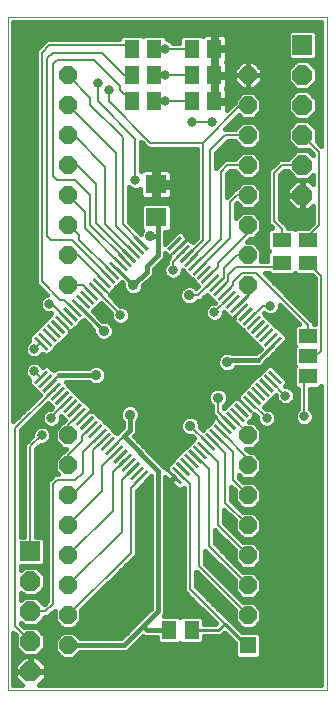
<source format=gtl>
G75*
%MOIN*%
%OFA0B0*%
%FSLAX25Y25*%
%IPPOS*%
%LPD*%
%AMOC8*
5,1,8,0,0,1.08239X$1,22.5*
%
%ADD10C,0.00000*%
%ADD11R,0.07087X0.06299*%
%ADD12R,0.05906X0.00984*%
%ADD13R,0.00984X0.05906*%
%ADD14R,0.05700X0.05700*%
%ADD15OC8,0.05700*%
%ADD16R,0.05118X0.06299*%
%ADD17R,0.06600X0.06600*%
%ADD18OC8,0.06600*%
%ADD19R,0.05906X0.05118*%
%ADD20R,0.06299X0.05118*%
%ADD21C,0.00820*%
%ADD22C,0.01600*%
%ADD23C,0.03562*%
%ADD24C,0.01000*%
%ADD25C,0.00800*%
%ADD26C,0.03500*%
%ADD27C,0.03900*%
%ADD28C,0.03169*%
D10*
X0007612Y0008237D02*
X0007612Y0232646D01*
X0113911Y0232646D01*
X0113911Y0008237D01*
X0007612Y0008237D01*
D11*
X0056987Y0165850D03*
X0056987Y0176874D03*
D12*
G36*
X0065615Y0158951D02*
X0061440Y0154776D01*
X0060745Y0155471D01*
X0064920Y0159646D01*
X0065615Y0158951D01*
G37*
G36*
X0067007Y0157559D02*
X0062832Y0153384D01*
X0062137Y0154079D01*
X0066312Y0158254D01*
X0067007Y0157559D01*
G37*
G36*
X0068399Y0156168D02*
X0064224Y0151993D01*
X0063529Y0152688D01*
X0067704Y0156863D01*
X0068399Y0156168D01*
G37*
G36*
X0069791Y0154776D02*
X0065616Y0150601D01*
X0064921Y0151296D01*
X0069096Y0155471D01*
X0069791Y0154776D01*
G37*
G36*
X0071183Y0153384D02*
X0067008Y0149209D01*
X0066313Y0149904D01*
X0070488Y0154079D01*
X0071183Y0153384D01*
G37*
G36*
X0072574Y0151992D02*
X0068399Y0147817D01*
X0067704Y0148512D01*
X0071879Y0152687D01*
X0072574Y0151992D01*
G37*
G36*
X0073966Y0150600D02*
X0069791Y0146425D01*
X0069096Y0147120D01*
X0073271Y0151295D01*
X0073966Y0150600D01*
G37*
G36*
X0075358Y0149208D02*
X0071183Y0145033D01*
X0070488Y0145728D01*
X0074663Y0149903D01*
X0075358Y0149208D01*
G37*
G36*
X0076750Y0147816D02*
X0072575Y0143641D01*
X0071880Y0144336D01*
X0076055Y0148511D01*
X0076750Y0147816D01*
G37*
G36*
X0078142Y0146424D02*
X0073967Y0142249D01*
X0073272Y0142944D01*
X0077447Y0147119D01*
X0078142Y0146424D01*
G37*
G36*
X0079534Y0145032D02*
X0075359Y0140857D01*
X0074664Y0141552D01*
X0078839Y0145727D01*
X0079534Y0145032D01*
G37*
G36*
X0080926Y0143640D02*
X0076751Y0139465D01*
X0076056Y0140160D01*
X0080231Y0144335D01*
X0080926Y0143640D01*
G37*
G36*
X0082318Y0142248D02*
X0078143Y0138073D01*
X0077448Y0138768D01*
X0081623Y0142943D01*
X0082318Y0142248D01*
G37*
G36*
X0083710Y0140856D02*
X0079535Y0136681D01*
X0078840Y0137376D01*
X0083015Y0141551D01*
X0083710Y0140856D01*
G37*
G36*
X0085102Y0139464D02*
X0080927Y0135289D01*
X0080232Y0135984D01*
X0084407Y0140159D01*
X0085102Y0139464D01*
G37*
G36*
X0086494Y0138072D02*
X0082319Y0133897D01*
X0081624Y0134592D01*
X0085799Y0138767D01*
X0086494Y0138072D01*
G37*
G36*
X0087886Y0136680D02*
X0083711Y0132505D01*
X0083016Y0133200D01*
X0087191Y0137375D01*
X0087886Y0136680D01*
G37*
G36*
X0089278Y0135288D02*
X0085103Y0131113D01*
X0084408Y0131808D01*
X0088583Y0135983D01*
X0089278Y0135288D01*
G37*
G36*
X0090670Y0133896D02*
X0086495Y0129721D01*
X0085800Y0130416D01*
X0089975Y0134591D01*
X0090670Y0133896D01*
G37*
G36*
X0092062Y0132504D02*
X0087887Y0128329D01*
X0087192Y0129024D01*
X0091367Y0133199D01*
X0092062Y0132504D01*
G37*
G36*
X0093454Y0131113D02*
X0089279Y0126938D01*
X0088584Y0127633D01*
X0092759Y0131808D01*
X0093454Y0131113D01*
G37*
G36*
X0094846Y0129721D02*
X0090671Y0125546D01*
X0089976Y0126241D01*
X0094151Y0130416D01*
X0094846Y0129721D01*
G37*
G36*
X0096238Y0128329D02*
X0092063Y0124154D01*
X0091368Y0124849D01*
X0095543Y0129024D01*
X0096238Y0128329D01*
G37*
G36*
X0097629Y0126937D02*
X0093454Y0122762D01*
X0092759Y0123457D01*
X0096934Y0127632D01*
X0097629Y0126937D01*
G37*
G36*
X0099021Y0125545D02*
X0094846Y0121370D01*
X0094151Y0122065D01*
X0098326Y0126240D01*
X0099021Y0125545D01*
G37*
G36*
X0054479Y0081003D02*
X0050304Y0076828D01*
X0049609Y0077523D01*
X0053784Y0081698D01*
X0054479Y0081003D01*
G37*
G36*
X0053087Y0082395D02*
X0048912Y0078220D01*
X0048217Y0078915D01*
X0052392Y0083090D01*
X0053087Y0082395D01*
G37*
G36*
X0051695Y0083786D02*
X0047520Y0079611D01*
X0046825Y0080306D01*
X0051000Y0084481D01*
X0051695Y0083786D01*
G37*
G36*
X0050303Y0085178D02*
X0046128Y0081003D01*
X0045433Y0081698D01*
X0049608Y0085873D01*
X0050303Y0085178D01*
G37*
G36*
X0048911Y0086570D02*
X0044736Y0082395D01*
X0044041Y0083090D01*
X0048216Y0087265D01*
X0048911Y0086570D01*
G37*
G36*
X0047520Y0087962D02*
X0043345Y0083787D01*
X0042650Y0084482D01*
X0046825Y0088657D01*
X0047520Y0087962D01*
G37*
G36*
X0046128Y0089354D02*
X0041953Y0085179D01*
X0041258Y0085874D01*
X0045433Y0090049D01*
X0046128Y0089354D01*
G37*
G36*
X0044736Y0090746D02*
X0040561Y0086571D01*
X0039866Y0087266D01*
X0044041Y0091441D01*
X0044736Y0090746D01*
G37*
G36*
X0043344Y0092138D02*
X0039169Y0087963D01*
X0038474Y0088658D01*
X0042649Y0092833D01*
X0043344Y0092138D01*
G37*
G36*
X0041952Y0093530D02*
X0037777Y0089355D01*
X0037082Y0090050D01*
X0041257Y0094225D01*
X0041952Y0093530D01*
G37*
G36*
X0040560Y0094922D02*
X0036385Y0090747D01*
X0035690Y0091442D01*
X0039865Y0095617D01*
X0040560Y0094922D01*
G37*
G36*
X0039168Y0096314D02*
X0034993Y0092139D01*
X0034298Y0092834D01*
X0038473Y0097009D01*
X0039168Y0096314D01*
G37*
G36*
X0037776Y0097706D02*
X0033601Y0093531D01*
X0032906Y0094226D01*
X0037081Y0098401D01*
X0037776Y0097706D01*
G37*
G36*
X0036384Y0099098D02*
X0032209Y0094923D01*
X0031514Y0095618D01*
X0035689Y0099793D01*
X0036384Y0099098D01*
G37*
G36*
X0034992Y0100490D02*
X0030817Y0096315D01*
X0030122Y0097010D01*
X0034297Y0101185D01*
X0034992Y0100490D01*
G37*
G36*
X0033600Y0101882D02*
X0029425Y0097707D01*
X0028730Y0098402D01*
X0032905Y0102577D01*
X0033600Y0101882D01*
G37*
G36*
X0032208Y0103274D02*
X0028033Y0099099D01*
X0027338Y0099794D01*
X0031513Y0103969D01*
X0032208Y0103274D01*
G37*
G36*
X0030816Y0104666D02*
X0026641Y0100491D01*
X0025946Y0101186D01*
X0030121Y0105361D01*
X0030816Y0104666D01*
G37*
G36*
X0029424Y0106058D02*
X0025249Y0101883D01*
X0024554Y0102578D01*
X0028729Y0106753D01*
X0029424Y0106058D01*
G37*
G36*
X0028032Y0107450D02*
X0023857Y0103275D01*
X0023162Y0103970D01*
X0027337Y0108145D01*
X0028032Y0107450D01*
G37*
G36*
X0026640Y0108841D02*
X0022465Y0104666D01*
X0021770Y0105361D01*
X0025945Y0109536D01*
X0026640Y0108841D01*
G37*
G36*
X0025248Y0110233D02*
X0021073Y0106058D01*
X0020378Y0106753D01*
X0024553Y0110928D01*
X0025248Y0110233D01*
G37*
G36*
X0023856Y0111625D02*
X0019681Y0107450D01*
X0018986Y0108145D01*
X0023161Y0112320D01*
X0023856Y0111625D01*
G37*
G36*
X0022465Y0113017D02*
X0018290Y0108842D01*
X0017595Y0109537D01*
X0021770Y0113712D01*
X0022465Y0113017D01*
G37*
G36*
X0021073Y0114409D02*
X0016898Y0110234D01*
X0016203Y0110929D01*
X0020378Y0115104D01*
X0021073Y0114409D01*
G37*
D13*
G36*
X0021073Y0122065D02*
X0020378Y0121370D01*
X0016203Y0125545D01*
X0016898Y0126240D01*
X0021073Y0122065D01*
G37*
G36*
X0022465Y0123457D02*
X0021770Y0122762D01*
X0017595Y0126937D01*
X0018290Y0127632D01*
X0022465Y0123457D01*
G37*
G36*
X0023856Y0124849D02*
X0023161Y0124154D01*
X0018986Y0128329D01*
X0019681Y0129024D01*
X0023856Y0124849D01*
G37*
G36*
X0025248Y0126241D02*
X0024553Y0125546D01*
X0020378Y0129721D01*
X0021073Y0130416D01*
X0025248Y0126241D01*
G37*
G36*
X0026640Y0127633D02*
X0025945Y0126938D01*
X0021770Y0131113D01*
X0022465Y0131808D01*
X0026640Y0127633D01*
G37*
G36*
X0028032Y0129024D02*
X0027337Y0128329D01*
X0023162Y0132504D01*
X0023857Y0133199D01*
X0028032Y0129024D01*
G37*
G36*
X0029424Y0130416D02*
X0028729Y0129721D01*
X0024554Y0133896D01*
X0025249Y0134591D01*
X0029424Y0130416D01*
G37*
G36*
X0030816Y0131808D02*
X0030121Y0131113D01*
X0025946Y0135288D01*
X0026641Y0135983D01*
X0030816Y0131808D01*
G37*
G36*
X0032208Y0133200D02*
X0031513Y0132505D01*
X0027338Y0136680D01*
X0028033Y0137375D01*
X0032208Y0133200D01*
G37*
G36*
X0033600Y0134592D02*
X0032905Y0133897D01*
X0028730Y0138072D01*
X0029425Y0138767D01*
X0033600Y0134592D01*
G37*
G36*
X0034992Y0135984D02*
X0034297Y0135289D01*
X0030122Y0139464D01*
X0030817Y0140159D01*
X0034992Y0135984D01*
G37*
G36*
X0036384Y0137376D02*
X0035689Y0136681D01*
X0031514Y0140856D01*
X0032209Y0141551D01*
X0036384Y0137376D01*
G37*
G36*
X0037776Y0138768D02*
X0037081Y0138073D01*
X0032906Y0142248D01*
X0033601Y0142943D01*
X0037776Y0138768D01*
G37*
G36*
X0039168Y0140160D02*
X0038473Y0139465D01*
X0034298Y0143640D01*
X0034993Y0144335D01*
X0039168Y0140160D01*
G37*
G36*
X0040560Y0141552D02*
X0039865Y0140857D01*
X0035690Y0145032D01*
X0036385Y0145727D01*
X0040560Y0141552D01*
G37*
G36*
X0041952Y0142944D02*
X0041257Y0142249D01*
X0037082Y0146424D01*
X0037777Y0147119D01*
X0041952Y0142944D01*
G37*
G36*
X0043344Y0144336D02*
X0042649Y0143641D01*
X0038474Y0147816D01*
X0039169Y0148511D01*
X0043344Y0144336D01*
G37*
G36*
X0044736Y0145728D02*
X0044041Y0145033D01*
X0039866Y0149208D01*
X0040561Y0149903D01*
X0044736Y0145728D01*
G37*
G36*
X0046128Y0147120D02*
X0045433Y0146425D01*
X0041258Y0150600D01*
X0041953Y0151295D01*
X0046128Y0147120D01*
G37*
G36*
X0047520Y0148512D02*
X0046825Y0147817D01*
X0042650Y0151992D01*
X0043345Y0152687D01*
X0047520Y0148512D01*
G37*
G36*
X0048911Y0149904D02*
X0048216Y0149209D01*
X0044041Y0153384D01*
X0044736Y0154079D01*
X0048911Y0149904D01*
G37*
G36*
X0050303Y0151296D02*
X0049608Y0150601D01*
X0045433Y0154776D01*
X0046128Y0155471D01*
X0050303Y0151296D01*
G37*
G36*
X0051695Y0152688D02*
X0051000Y0151993D01*
X0046825Y0156168D01*
X0047520Y0156863D01*
X0051695Y0152688D01*
G37*
G36*
X0053087Y0154079D02*
X0052392Y0153384D01*
X0048217Y0157559D01*
X0048912Y0158254D01*
X0053087Y0154079D01*
G37*
G36*
X0054479Y0155471D02*
X0053784Y0154776D01*
X0049609Y0158951D01*
X0050304Y0159646D01*
X0054479Y0155471D01*
G37*
G36*
X0087886Y0099794D02*
X0087191Y0099099D01*
X0083016Y0103274D01*
X0083711Y0103969D01*
X0087886Y0099794D01*
G37*
G36*
X0089278Y0101186D02*
X0088583Y0100491D01*
X0084408Y0104666D01*
X0085103Y0105361D01*
X0089278Y0101186D01*
G37*
G36*
X0090670Y0102578D02*
X0089975Y0101883D01*
X0085800Y0106058D01*
X0086495Y0106753D01*
X0090670Y0102578D01*
G37*
G36*
X0092062Y0103970D02*
X0091367Y0103275D01*
X0087192Y0107450D01*
X0087887Y0108145D01*
X0092062Y0103970D01*
G37*
G36*
X0093454Y0105361D02*
X0092759Y0104666D01*
X0088584Y0108841D01*
X0089279Y0109536D01*
X0093454Y0105361D01*
G37*
G36*
X0094846Y0106753D02*
X0094151Y0106058D01*
X0089976Y0110233D01*
X0090671Y0110928D01*
X0094846Y0106753D01*
G37*
G36*
X0096238Y0108145D02*
X0095543Y0107450D01*
X0091368Y0111625D01*
X0092063Y0112320D01*
X0096238Y0108145D01*
G37*
G36*
X0097629Y0109537D02*
X0096934Y0108842D01*
X0092759Y0113017D01*
X0093454Y0113712D01*
X0097629Y0109537D01*
G37*
G36*
X0099021Y0110929D02*
X0098326Y0110234D01*
X0094151Y0114409D01*
X0094846Y0115104D01*
X0099021Y0110929D01*
G37*
G36*
X0086494Y0098402D02*
X0085799Y0097707D01*
X0081624Y0101882D01*
X0082319Y0102577D01*
X0086494Y0098402D01*
G37*
G36*
X0085102Y0097010D02*
X0084407Y0096315D01*
X0080232Y0100490D01*
X0080927Y0101185D01*
X0085102Y0097010D01*
G37*
G36*
X0083710Y0095618D02*
X0083015Y0094923D01*
X0078840Y0099098D01*
X0079535Y0099793D01*
X0083710Y0095618D01*
G37*
G36*
X0082318Y0094226D02*
X0081623Y0093531D01*
X0077448Y0097706D01*
X0078143Y0098401D01*
X0082318Y0094226D01*
G37*
G36*
X0080926Y0092834D02*
X0080231Y0092139D01*
X0076056Y0096314D01*
X0076751Y0097009D01*
X0080926Y0092834D01*
G37*
G36*
X0079534Y0091442D02*
X0078839Y0090747D01*
X0074664Y0094922D01*
X0075359Y0095617D01*
X0079534Y0091442D01*
G37*
G36*
X0078142Y0090050D02*
X0077447Y0089355D01*
X0073272Y0093530D01*
X0073967Y0094225D01*
X0078142Y0090050D01*
G37*
G36*
X0076750Y0088658D02*
X0076055Y0087963D01*
X0071880Y0092138D01*
X0072575Y0092833D01*
X0076750Y0088658D01*
G37*
G36*
X0075358Y0087266D02*
X0074663Y0086571D01*
X0070488Y0090746D01*
X0071183Y0091441D01*
X0075358Y0087266D01*
G37*
G36*
X0073966Y0085874D02*
X0073271Y0085179D01*
X0069096Y0089354D01*
X0069791Y0090049D01*
X0073966Y0085874D01*
G37*
G36*
X0072574Y0084482D02*
X0071879Y0083787D01*
X0067704Y0087962D01*
X0068399Y0088657D01*
X0072574Y0084482D01*
G37*
G36*
X0071183Y0083090D02*
X0070488Y0082395D01*
X0066313Y0086570D01*
X0067008Y0087265D01*
X0071183Y0083090D01*
G37*
G36*
X0069791Y0081698D02*
X0069096Y0081003D01*
X0064921Y0085178D01*
X0065616Y0085873D01*
X0069791Y0081698D01*
G37*
G36*
X0068399Y0080306D02*
X0067704Y0079611D01*
X0063529Y0083786D01*
X0064224Y0084481D01*
X0068399Y0080306D01*
G37*
G36*
X0067007Y0078915D02*
X0066312Y0078220D01*
X0062137Y0082395D01*
X0062832Y0083090D01*
X0067007Y0078915D01*
G37*
G36*
X0065615Y0077523D02*
X0064920Y0076828D01*
X0060745Y0081003D01*
X0061440Y0081698D01*
X0065615Y0077523D01*
G37*
D14*
X0087612Y0023237D03*
D15*
X0087612Y0033237D03*
X0087612Y0043237D03*
X0087612Y0053237D03*
X0087612Y0063237D03*
X0087612Y0073237D03*
X0087612Y0083237D03*
X0087612Y0093237D03*
X0087612Y0143237D03*
X0087612Y0153237D03*
X0087612Y0163237D03*
X0087612Y0173237D03*
X0087612Y0183237D03*
X0087612Y0193237D03*
X0087612Y0203237D03*
X0087612Y0213237D03*
X0027612Y0213237D03*
X0027612Y0203237D03*
X0027612Y0193237D03*
X0027612Y0183237D03*
X0027612Y0173237D03*
X0027612Y0163237D03*
X0027612Y0153237D03*
X0027612Y0143237D03*
X0027612Y0093237D03*
X0027612Y0083237D03*
X0027612Y0073237D03*
X0027612Y0063237D03*
X0027612Y0053237D03*
X0027612Y0043237D03*
X0027612Y0033237D03*
X0027612Y0023237D03*
D16*
X0061372Y0028237D03*
X0068852Y0028237D03*
X0068872Y0204487D03*
X0068872Y0213237D03*
X0068872Y0221987D03*
X0076352Y0221987D03*
X0076352Y0213237D03*
X0076352Y0204487D03*
X0056352Y0204487D03*
X0056352Y0213237D03*
X0056352Y0221987D03*
X0048872Y0221987D03*
X0048872Y0213237D03*
X0048872Y0204487D03*
D17*
X0105737Y0223237D03*
X0015112Y0054487D03*
D18*
X0015112Y0044487D03*
X0015112Y0034487D03*
X0015112Y0024487D03*
X0015112Y0014487D03*
X0105737Y0173237D03*
X0105737Y0183237D03*
X0105737Y0193237D03*
X0105737Y0203237D03*
X0105737Y0213237D03*
D19*
X0107612Y0126180D03*
X0107612Y0119487D03*
X0107612Y0112794D03*
D20*
X0107612Y0150747D03*
X0107612Y0158227D03*
X0098862Y0158227D03*
X0098862Y0150747D03*
D21*
X0085451Y0134940D02*
X0078237Y0127726D01*
X0075737Y0112612D02*
X0077612Y0110737D01*
X0079031Y0110737D01*
X0086843Y0102926D01*
X0082667Y0098750D02*
X0087612Y0093805D01*
X0087612Y0093237D01*
X0081275Y0097358D02*
X0077612Y0101021D01*
X0077612Y0105737D01*
X0069487Y0106362D02*
X0079883Y0095966D01*
X0075707Y0091790D02*
X0080112Y0087385D01*
X0074315Y0090398D02*
X0074201Y0090498D01*
X0068337Y0096362D01*
X0052044Y0079263D02*
X0052044Y0079047D01*
X0046476Y0084830D02*
X0046410Y0084830D01*
X0043693Y0087614D02*
X0043682Y0087614D01*
X0042501Y0089176D02*
X0046137Y0092812D01*
X0042501Y0089176D02*
X0042301Y0089006D01*
X0039517Y0091717D02*
X0039517Y0091790D01*
X0032557Y0098750D02*
X0032557Y0098807D01*
X0043237Y0109487D01*
X0045112Y0133521D02*
X0036733Y0141900D01*
X0038125Y0143292D02*
X0043180Y0138237D01*
X0050652Y0155819D02*
X0050681Y0155819D01*
X0064569Y0155819D02*
X0064572Y0155819D01*
X0067356Y0153036D02*
X0067411Y0153036D01*
X0096586Y0123805D02*
X0096305Y0123505D01*
X0095194Y0111277D02*
X0095197Y0111277D01*
X0024773Y0113237D02*
X0021421Y0109885D01*
D22*
X0018207Y0106661D02*
X0009412Y0097865D01*
X0009412Y0230846D01*
X0112111Y0230846D01*
X0112111Y0189691D01*
X0110616Y0191186D01*
X0110637Y0191207D01*
X0110637Y0195267D01*
X0107767Y0198137D01*
X0103707Y0198137D01*
X0100837Y0195267D01*
X0100837Y0191207D01*
X0103707Y0188337D01*
X0107767Y0188337D01*
X0107788Y0188358D01*
X0109362Y0186784D01*
X0109362Y0186542D01*
X0107767Y0188137D01*
X0103707Y0188137D01*
X0100837Y0185267D01*
X0100837Y0185237D01*
X0098034Y0185237D01*
X0096862Y0184065D01*
X0094362Y0181565D01*
X0094362Y0163659D01*
X0095534Y0162487D01*
X0095634Y0162386D01*
X0095050Y0162386D01*
X0094112Y0161449D01*
X0094112Y0155005D01*
X0094631Y0154487D01*
X0094112Y0153969D01*
X0094112Y0151174D01*
X0091843Y0151174D01*
X0092062Y0151394D01*
X0092062Y0155080D01*
X0089455Y0157687D01*
X0087390Y0157687D01*
X0088440Y0158737D01*
X0088490Y0158787D01*
X0089455Y0158787D01*
X0092062Y0161394D01*
X0092062Y0165080D01*
X0089455Y0167687D01*
X0085769Y0167687D01*
X0083674Y0165593D01*
X0083674Y0170221D01*
X0084005Y0170551D01*
X0085769Y0168787D01*
X0089455Y0168787D01*
X0092062Y0171394D01*
X0092062Y0175080D01*
X0089455Y0177687D01*
X0085769Y0177687D01*
X0083319Y0175237D01*
X0083034Y0175237D01*
X0081862Y0174065D01*
X0080846Y0173049D01*
X0080549Y0172753D01*
X0080549Y0180221D01*
X0081565Y0181237D01*
X0083319Y0181237D01*
X0085769Y0178787D01*
X0089455Y0178787D01*
X0092062Y0181394D01*
X0092062Y0185080D01*
X0089455Y0187687D01*
X0085769Y0187687D01*
X0083319Y0185237D01*
X0079909Y0185237D01*
X0078737Y0184065D01*
X0077721Y0183049D01*
X0077112Y0182440D01*
X0077112Y0187409D01*
X0080940Y0191237D01*
X0083319Y0191237D01*
X0085769Y0188787D01*
X0089455Y0188787D01*
X0092062Y0191394D01*
X0092062Y0195080D01*
X0089455Y0197687D01*
X0085769Y0197687D01*
X0083319Y0195237D01*
X0079940Y0195237D01*
X0084630Y0199926D01*
X0085769Y0198787D01*
X0089455Y0198787D01*
X0092062Y0201394D01*
X0092062Y0205080D01*
X0089455Y0207687D01*
X0085769Y0207687D01*
X0083162Y0205080D01*
X0083162Y0204115D01*
X0083112Y0204065D01*
X0080711Y0201665D01*
X0080711Y0204007D01*
X0076832Y0204007D01*
X0076832Y0204967D01*
X0075873Y0204967D01*
X0075873Y0209437D01*
X0075873Y0212757D01*
X0076832Y0212757D01*
X0076832Y0204967D01*
X0080711Y0204967D01*
X0080711Y0207874D01*
X0080589Y0208331D01*
X0080352Y0208742D01*
X0080231Y0208862D01*
X0080352Y0208982D01*
X0080589Y0209393D01*
X0080711Y0209850D01*
X0080711Y0212757D01*
X0076832Y0212757D01*
X0076832Y0213717D01*
X0075873Y0213717D01*
X0075873Y0218187D01*
X0075873Y0221507D01*
X0076832Y0221507D01*
X0076832Y0213717D01*
X0080711Y0213717D01*
X0080711Y0216624D01*
X0080589Y0217081D01*
X0080352Y0217492D01*
X0080231Y0217612D01*
X0080352Y0217732D01*
X0080589Y0218143D01*
X0080711Y0218600D01*
X0080711Y0221507D01*
X0076832Y0221507D01*
X0076832Y0222467D01*
X0075873Y0222467D01*
X0075873Y0226937D01*
X0073556Y0226937D01*
X0073098Y0226814D01*
X0072688Y0226577D01*
X0072471Y0226360D01*
X0072094Y0226737D01*
X0065650Y0226737D01*
X0064713Y0225799D01*
X0064713Y0223987D01*
X0062615Y0223987D01*
X0061916Y0224686D01*
X0060745Y0225171D01*
X0060511Y0225171D01*
X0060511Y0225799D01*
X0059574Y0226737D01*
X0053130Y0226737D01*
X0052612Y0226218D01*
X0052094Y0226737D01*
X0045650Y0226737D01*
X0044713Y0225799D01*
X0044713Y0225237D01*
X0020534Y0225237D01*
X0019362Y0224065D01*
X0016862Y0221565D01*
X0016862Y0143659D01*
X0018034Y0142487D01*
X0020460Y0140060D01*
X0019558Y0139686D01*
X0018663Y0138791D01*
X0018178Y0137620D01*
X0018178Y0136354D01*
X0018663Y0135183D01*
X0019558Y0134288D01*
X0020729Y0133803D01*
X0021914Y0133803D01*
X0021721Y0133610D01*
X0021484Y0133199D01*
X0021444Y0133050D01*
X0020411Y0132016D01*
X0019019Y0130625D01*
X0017627Y0129233D01*
X0016235Y0127841D01*
X0014602Y0126207D01*
X0014602Y0124882D01*
X0014727Y0124756D01*
X0014558Y0124686D01*
X0013663Y0123791D01*
X0013178Y0122620D01*
X0013178Y0121354D01*
X0013663Y0120183D01*
X0014558Y0119288D01*
X0015729Y0118803D01*
X0016995Y0118803D01*
X0018166Y0119288D01*
X0019061Y0120183D01*
X0019131Y0120352D01*
X0019715Y0119769D01*
X0021040Y0119769D01*
X0022673Y0121402D01*
X0024065Y0122794D01*
X0025457Y0124186D01*
X0026849Y0125578D01*
X0027883Y0126611D01*
X0028032Y0126651D01*
X0028442Y0126888D01*
X0028958Y0127404D01*
X0029474Y0127919D01*
X0029711Y0128330D01*
X0029751Y0128479D01*
X0031025Y0129754D01*
X0032417Y0131146D01*
X0032913Y0131641D01*
X0036106Y0128448D01*
X0036106Y0127364D01*
X0036621Y0126122D01*
X0037572Y0125171D01*
X0038814Y0124656D01*
X0040160Y0124656D01*
X0041402Y0125171D01*
X0042353Y0126122D01*
X0042868Y0127364D01*
X0042868Y0128710D01*
X0042353Y0129952D01*
X0041402Y0130903D01*
X0040160Y0131418D01*
X0039076Y0131418D01*
X0035883Y0134611D01*
X0036593Y0135322D01*
X0037985Y0136713D01*
X0038531Y0137259D01*
X0041928Y0133863D01*
X0041928Y0132604D01*
X0042413Y0131433D01*
X0043308Y0130538D01*
X0044479Y0130053D01*
X0045745Y0130053D01*
X0046916Y0130538D01*
X0047811Y0131433D01*
X0048296Y0132604D01*
X0048296Y0133870D01*
X0047811Y0135041D01*
X0046916Y0135936D01*
X0045745Y0136421D01*
X0045054Y0136421D01*
X0041515Y0139961D01*
X0042001Y0140447D01*
X0042238Y0140857D01*
X0042278Y0141007D01*
X0043553Y0142281D01*
X0044703Y0143432D01*
X0044703Y0143432D01*
X0045463Y0144191D01*
X0046006Y0143648D01*
X0046006Y0142564D01*
X0046521Y0141322D01*
X0047472Y0140371D01*
X0048714Y0139856D01*
X0050060Y0139856D01*
X0051302Y0140371D01*
X0052253Y0141322D01*
X0052768Y0142564D01*
X0052768Y0143224D01*
X0055221Y0145677D01*
X0055897Y0146353D01*
X0056262Y0147235D01*
X0056262Y0148493D01*
X0059647Y0151878D01*
X0060012Y0152760D01*
X0060012Y0153941D01*
X0060418Y0153534D01*
X0060458Y0153385D01*
X0060695Y0152974D01*
X0061202Y0152468D01*
X0060612Y0151878D01*
X0060612Y0150740D01*
X0059913Y0150041D01*
X0059428Y0148870D01*
X0059428Y0147604D01*
X0059913Y0146433D01*
X0060808Y0145538D01*
X0061979Y0145053D01*
X0063245Y0145053D01*
X0064416Y0145538D01*
X0065311Y0146433D01*
X0065796Y0147604D01*
X0065796Y0148156D01*
X0066104Y0147849D01*
X0067737Y0146216D01*
X0069129Y0144824D01*
X0070521Y0143432D01*
X0071031Y0142922D01*
X0070420Y0142311D01*
X0069952Y0142778D01*
X0068710Y0143293D01*
X0067364Y0143293D01*
X0066122Y0142778D01*
X0065171Y0141827D01*
X0064656Y0140585D01*
X0064656Y0139239D01*
X0065171Y0137997D01*
X0066122Y0137046D01*
X0067364Y0136531D01*
X0068710Y0136531D01*
X0069952Y0137046D01*
X0070903Y0137997D01*
X0070951Y0138112D01*
X0071878Y0138112D01*
X0073859Y0140093D01*
X0074697Y0139256D01*
X0076088Y0137864D01*
X0076594Y0137359D01*
X0075729Y0137359D01*
X0074558Y0136874D01*
X0073663Y0135978D01*
X0073178Y0134808D01*
X0073178Y0133541D01*
X0073663Y0132371D01*
X0074558Y0131475D01*
X0075729Y0130990D01*
X0076995Y0130990D01*
X0078166Y0131475D01*
X0079061Y0132371D01*
X0079546Y0133541D01*
X0079546Y0134406D01*
X0080264Y0133688D01*
X0081298Y0132655D01*
X0081338Y0132506D01*
X0081575Y0132095D01*
X0082090Y0131580D01*
X0082807Y0132296D01*
X0082090Y0131580D01*
X0082606Y0131064D01*
X0083016Y0130827D01*
X0083166Y0130787D01*
X0084440Y0129512D01*
X0085832Y0128121D01*
X0087224Y0126729D01*
X0088616Y0125337D01*
X0090008Y0123945D01*
X0091400Y0122553D01*
X0091864Y0122089D01*
X0090384Y0120637D01*
X0082269Y0120637D01*
X0081410Y0120993D01*
X0080064Y0120993D01*
X0078822Y0120478D01*
X0077871Y0119527D01*
X0077356Y0118285D01*
X0077356Y0116939D01*
X0077871Y0115697D01*
X0078822Y0114746D01*
X0080064Y0114231D01*
X0081410Y0114231D01*
X0082652Y0114746D01*
X0083603Y0115697D01*
X0083661Y0115837D01*
X0091414Y0115837D01*
X0092296Y0116202D01*
X0092972Y0116878D01*
X0093260Y0117575D01*
X0095496Y0119769D01*
X0095509Y0119769D01*
X0096197Y0120457D01*
X0098396Y0122615D01*
X0098397Y0122657D01*
X0100622Y0124882D01*
X0100622Y0126207D01*
X0099230Y0127599D01*
X0097838Y0128991D01*
X0096446Y0130383D01*
X0095055Y0131775D01*
X0093421Y0133408D01*
X0092954Y0133876D01*
X0093025Y0133946D01*
X0093308Y0133663D01*
X0094479Y0133178D01*
X0095745Y0133178D01*
X0096916Y0133663D01*
X0097811Y0134558D01*
X0098296Y0135729D01*
X0098296Y0136599D01*
X0104557Y0130339D01*
X0103997Y0130339D01*
X0103059Y0129402D01*
X0103059Y0122958D01*
X0103184Y0122833D01*
X0103059Y0122709D01*
X0103059Y0116265D01*
X0103184Y0116141D01*
X0103059Y0116016D01*
X0103059Y0109572D01*
X0103997Y0108635D01*
X0104362Y0108635D01*
X0104362Y0101990D01*
X0103663Y0101291D01*
X0103178Y0100120D01*
X0103178Y0098854D01*
X0103663Y0097683D01*
X0104558Y0096788D01*
X0105729Y0096303D01*
X0106995Y0096303D01*
X0108166Y0096788D01*
X0109061Y0097683D01*
X0109546Y0098854D01*
X0109546Y0100120D01*
X0109061Y0101291D01*
X0108362Y0101990D01*
X0108362Y0108635D01*
X0111227Y0108635D01*
X0112111Y0109519D01*
X0112111Y0010037D01*
X0017874Y0010037D01*
X0020212Y0012375D01*
X0020212Y0014287D01*
X0015312Y0014287D01*
X0015312Y0014687D01*
X0014912Y0014687D01*
X0014912Y0014287D01*
X0010012Y0014287D01*
X0010012Y0012375D01*
X0012350Y0010037D01*
X0009412Y0010037D01*
X0009412Y0027359D01*
X0010233Y0026538D01*
X0010212Y0026517D01*
X0010212Y0022457D01*
X0013082Y0019587D01*
X0017142Y0019587D01*
X0020012Y0022457D01*
X0020012Y0026517D01*
X0017142Y0029387D01*
X0013082Y0029387D01*
X0013061Y0029366D01*
X0012112Y0030315D01*
X0012112Y0030557D01*
X0013082Y0029587D01*
X0017142Y0029587D01*
X0020012Y0032457D01*
X0020012Y0032487D01*
X0020940Y0032487D01*
X0023162Y0034709D01*
X0023162Y0031394D01*
X0025769Y0028787D01*
X0029455Y0028787D01*
X0032062Y0031394D01*
X0032062Y0034859D01*
X0049292Y0052088D01*
X0050463Y0053260D01*
X0050463Y0074638D01*
X0052863Y0077037D01*
X0052877Y0077037D01*
X0054054Y0078215D01*
X0054054Y0078314D01*
X0055212Y0079472D01*
X0055212Y0035481D01*
X0051253Y0031522D01*
X0051253Y0031522D01*
X0050577Y0030846D01*
X0045368Y0025637D01*
X0031505Y0025637D01*
X0029455Y0027687D01*
X0025769Y0027687D01*
X0023162Y0025080D01*
X0023162Y0021394D01*
X0025769Y0018787D01*
X0029455Y0018787D01*
X0031505Y0020837D01*
X0046839Y0020837D01*
X0047721Y0021202D01*
X0052657Y0026138D01*
X0053385Y0025837D01*
X0057213Y0025837D01*
X0057213Y0024425D01*
X0058150Y0023487D01*
X0064594Y0023487D01*
X0065112Y0024006D01*
X0065630Y0023487D01*
X0072074Y0023487D01*
X0073011Y0024425D01*
X0073011Y0026137D01*
X0078482Y0026137D01*
X0079800Y0027455D01*
X0083162Y0024092D01*
X0083162Y0019724D01*
X0084099Y0018787D01*
X0091125Y0018787D01*
X0092062Y0019724D01*
X0092062Y0026750D01*
X0091125Y0027687D01*
X0085507Y0027687D01*
X0081899Y0031294D01*
X0081899Y0031294D01*
X0080669Y0032524D01*
X0080528Y0032524D01*
X0070237Y0042815D01*
X0070237Y0047784D01*
X0070534Y0047487D01*
X0083162Y0034859D01*
X0083162Y0031394D01*
X0085769Y0028787D01*
X0089455Y0028787D01*
X0092062Y0031394D01*
X0092062Y0035080D01*
X0089455Y0037687D01*
X0085990Y0037687D01*
X0073362Y0050315D01*
X0073362Y0054659D01*
X0073659Y0054362D01*
X0083162Y0044859D01*
X0083162Y0041394D01*
X0085769Y0038787D01*
X0089455Y0038787D01*
X0092062Y0041394D01*
X0092062Y0045080D01*
X0089455Y0047687D01*
X0085990Y0047687D01*
X0076487Y0057190D01*
X0076487Y0061534D01*
X0076784Y0061237D01*
X0083162Y0054859D01*
X0083162Y0051394D01*
X0085769Y0048787D01*
X0089455Y0048787D01*
X0092062Y0051394D01*
X0092062Y0055080D01*
X0089455Y0057687D01*
X0085990Y0057687D01*
X0079612Y0064065D01*
X0079612Y0068409D01*
X0083162Y0064859D01*
X0083162Y0061394D01*
X0085769Y0058787D01*
X0089455Y0058787D01*
X0092062Y0061394D01*
X0092062Y0065080D01*
X0089455Y0067687D01*
X0085990Y0067687D01*
X0082112Y0071565D01*
X0082112Y0075909D01*
X0083162Y0074859D01*
X0083162Y0071394D01*
X0085769Y0068787D01*
X0089455Y0068787D01*
X0092062Y0071394D01*
X0092062Y0075080D01*
X0089455Y0077687D01*
X0085990Y0077687D01*
X0084612Y0079065D01*
X0084612Y0079944D01*
X0085769Y0078787D01*
X0089455Y0078787D01*
X0092062Y0081394D01*
X0092062Y0085080D01*
X0089455Y0087687D01*
X0088207Y0087687D01*
X0087107Y0088787D01*
X0089455Y0088787D01*
X0092062Y0091394D01*
X0092062Y0095080D01*
X0089455Y0097687D01*
X0088043Y0097687D01*
X0089128Y0098772D01*
X0089277Y0098812D01*
X0089688Y0099049D01*
X0090203Y0099565D01*
X0089487Y0100282D01*
X0090204Y0099565D01*
X0090267Y0099629D01*
X0090678Y0099218D01*
X0090678Y0098229D01*
X0091163Y0097058D01*
X0092058Y0096163D01*
X0093229Y0095678D01*
X0094495Y0095678D01*
X0095666Y0096163D01*
X0096561Y0097058D01*
X0097046Y0098229D01*
X0097046Y0099495D01*
X0096561Y0100666D01*
X0095666Y0101561D01*
X0094495Y0102046D01*
X0093506Y0102046D01*
X0092954Y0102598D01*
X0093421Y0103066D01*
X0093421Y0103066D01*
X0094813Y0104458D01*
X0096446Y0106091D01*
X0096928Y0106572D01*
X0096928Y0105729D01*
X0097413Y0104558D01*
X0098308Y0103663D01*
X0099479Y0103178D01*
X0100745Y0103178D01*
X0101916Y0103663D01*
X0102811Y0104558D01*
X0103296Y0105729D01*
X0103296Y0106995D01*
X0102811Y0108166D01*
X0101916Y0109061D01*
X0100745Y0109546D01*
X0099902Y0109546D01*
X0100622Y0110267D01*
X0100622Y0111592D01*
X0095509Y0116705D01*
X0094184Y0116705D01*
X0092551Y0115072D01*
X0091159Y0113680D01*
X0090008Y0112529D01*
X0088375Y0110896D01*
X0087224Y0109745D01*
X0085591Y0108112D01*
X0084557Y0107079D01*
X0084408Y0107039D01*
X0083998Y0106802D01*
X0083482Y0106286D01*
X0082967Y0105771D01*
X0082730Y0105360D01*
X0082690Y0105211D01*
X0081415Y0103936D01*
X0080023Y0102544D01*
X0079622Y0102143D01*
X0079622Y0102965D01*
X0080478Y0103822D01*
X0080993Y0105064D01*
X0080993Y0106410D01*
X0080478Y0107652D01*
X0079527Y0108603D01*
X0078285Y0109118D01*
X0076939Y0109118D01*
X0075697Y0108603D01*
X0074746Y0107652D01*
X0074231Y0106410D01*
X0074231Y0105064D01*
X0074746Y0103822D01*
X0075602Y0102965D01*
X0075602Y0100188D01*
X0076493Y0099297D01*
X0076007Y0098811D01*
X0075770Y0098401D01*
X0075730Y0098251D01*
X0074455Y0096977D01*
X0073063Y0095585D01*
X0072510Y0095031D01*
X0071718Y0095823D01*
X0071718Y0097035D01*
X0071203Y0098277D01*
X0070252Y0099228D01*
X0069010Y0099743D01*
X0067664Y0099743D01*
X0066422Y0099228D01*
X0065471Y0098277D01*
X0064956Y0097035D01*
X0064956Y0095689D01*
X0065471Y0094447D01*
X0066422Y0093496D01*
X0067664Y0092981D01*
X0068876Y0092981D01*
X0069668Y0092189D01*
X0068887Y0091409D01*
X0067496Y0090017D01*
X0066104Y0088625D01*
X0064712Y0087233D01*
X0063320Y0085841D01*
X0061928Y0084449D01*
X0060894Y0083416D01*
X0060745Y0083376D01*
X0060335Y0083139D01*
X0059819Y0082623D01*
X0059726Y0082530D01*
X0059647Y0082721D01*
X0058971Y0083397D01*
X0058929Y0083414D01*
X0049531Y0092812D01*
X0049596Y0092877D01*
X0049596Y0092877D01*
X0050272Y0093553D01*
X0050637Y0094435D01*
X0050637Y0097730D01*
X0051103Y0098197D01*
X0051618Y0099439D01*
X0051618Y0100785D01*
X0051103Y0102027D01*
X0050152Y0102978D01*
X0048910Y0103493D01*
X0047564Y0103493D01*
X0046322Y0102978D01*
X0045371Y0102027D01*
X0044856Y0100785D01*
X0044856Y0099439D01*
X0045371Y0098197D01*
X0045837Y0097730D01*
X0045837Y0095906D01*
X0044102Y0094171D01*
X0043948Y0093798D01*
X0043311Y0094434D01*
X0041919Y0095826D01*
X0040527Y0097218D01*
X0039136Y0098610D01*
X0037744Y0100002D01*
X0036710Y0101035D01*
X0036670Y0101184D01*
X0036433Y0101595D01*
X0035918Y0102110D01*
X0035201Y0101394D01*
X0035918Y0102111D01*
X0035402Y0102626D01*
X0034992Y0102863D01*
X0034842Y0102903D01*
X0033568Y0104178D01*
X0032417Y0105328D01*
X0032417Y0105328D01*
X0030784Y0106962D01*
X0029392Y0108353D01*
X0028000Y0109745D01*
X0026908Y0110837D01*
X0034605Y0110837D01*
X0035072Y0110371D01*
X0036314Y0109856D01*
X0037660Y0109856D01*
X0038902Y0110371D01*
X0039853Y0111322D01*
X0040368Y0112564D01*
X0040368Y0113910D01*
X0039853Y0115152D01*
X0038902Y0116103D01*
X0037660Y0116618D01*
X0036314Y0116618D01*
X0035072Y0116103D01*
X0034605Y0115637D01*
X0024296Y0115637D01*
X0023414Y0115272D01*
X0022944Y0114802D01*
X0022432Y0115313D01*
X0021040Y0116705D01*
X0019715Y0116705D01*
X0019131Y0116122D01*
X0019061Y0116291D01*
X0018166Y0117186D01*
X0016995Y0117671D01*
X0015729Y0117671D01*
X0014558Y0117186D01*
X0013663Y0116291D01*
X0013178Y0115120D01*
X0013178Y0113854D01*
X0013663Y0112683D01*
X0014558Y0111788D01*
X0014727Y0111718D01*
X0014602Y0111592D01*
X0014602Y0110267D01*
X0015994Y0108875D01*
X0017386Y0107483D01*
X0018207Y0106661D01*
X0017524Y0107345D02*
X0009412Y0107345D01*
X0009412Y0108943D02*
X0015925Y0108943D01*
X0014602Y0110542D02*
X0009412Y0110542D01*
X0009412Y0112140D02*
X0014206Y0112140D01*
X0013225Y0113739D02*
X0009412Y0113739D01*
X0009412Y0115337D02*
X0013268Y0115337D01*
X0014308Y0116936D02*
X0009412Y0116936D01*
X0009412Y0118534D02*
X0077459Y0118534D01*
X0077357Y0116936D02*
X0018416Y0116936D01*
X0019011Y0120133D02*
X0019351Y0120133D01*
X0021404Y0120133D02*
X0078476Y0120133D01*
X0080737Y0117612D02*
X0081362Y0118237D01*
X0090937Y0118237D01*
X0092996Y0116936D02*
X0103059Y0116936D01*
X0103059Y0118534D02*
X0094238Y0118534D01*
X0095873Y0120133D02*
X0103059Y0120133D01*
X0103059Y0121731D02*
X0097496Y0121731D01*
X0099070Y0123330D02*
X0103059Y0123330D01*
X0103059Y0124928D02*
X0100622Y0124928D01*
X0100303Y0126527D02*
X0103059Y0126527D01*
X0103059Y0128125D02*
X0098704Y0128125D01*
X0097106Y0129724D02*
X0103381Y0129724D01*
X0103573Y0131322D02*
X0095507Y0131322D01*
X0093909Y0132921D02*
X0101975Y0132921D01*
X0100376Y0134519D02*
X0097773Y0134519D01*
X0098296Y0136118D02*
X0098778Y0136118D01*
X0101237Y0139315D02*
X0109987Y0139315D01*
X0109987Y0140913D02*
X0099639Y0140913D01*
X0098040Y0142512D02*
X0109987Y0142512D01*
X0109987Y0144110D02*
X0096442Y0144110D01*
X0094843Y0145709D02*
X0109821Y0145709D01*
X0109987Y0145543D02*
X0109987Y0130339D01*
X0109612Y0130339D01*
X0109612Y0130940D01*
X0108440Y0132112D01*
X0093378Y0147175D01*
X0094463Y0147175D01*
X0095050Y0146588D01*
X0102674Y0146588D01*
X0103237Y0147150D01*
X0103800Y0146588D01*
X0108943Y0146588D01*
X0109987Y0145543D01*
X0109987Y0137716D02*
X0102836Y0137716D01*
X0104435Y0136118D02*
X0109987Y0136118D01*
X0109987Y0134519D02*
X0106033Y0134519D01*
X0107632Y0132921D02*
X0109987Y0132921D01*
X0109987Y0131322D02*
X0109230Y0131322D01*
X0103059Y0115337D02*
X0096877Y0115337D01*
X0098476Y0113739D02*
X0103059Y0113739D01*
X0103059Y0112140D02*
X0100074Y0112140D01*
X0100622Y0110542D02*
X0103059Y0110542D01*
X0103688Y0108943D02*
X0102034Y0108943D01*
X0103152Y0107345D02*
X0104362Y0107345D01*
X0104362Y0105746D02*
X0103296Y0105746D01*
X0102401Y0104148D02*
X0104362Y0104148D01*
X0104362Y0102549D02*
X0093003Y0102549D01*
X0094503Y0104148D02*
X0097823Y0104148D01*
X0096928Y0105746D02*
X0096102Y0105746D01*
X0096446Y0106091D02*
X0096446Y0106091D01*
X0096277Y0100951D02*
X0103522Y0100951D01*
X0103178Y0099352D02*
X0097046Y0099352D01*
X0096850Y0097754D02*
X0103633Y0097754D01*
X0109091Y0097754D02*
X0112111Y0097754D01*
X0112111Y0099352D02*
X0109546Y0099352D01*
X0109202Y0100951D02*
X0112111Y0100951D01*
X0112111Y0102549D02*
X0108362Y0102549D01*
X0108362Y0104148D02*
X0112111Y0104148D01*
X0112111Y0105746D02*
X0108362Y0105746D01*
X0108362Y0107345D02*
X0112111Y0107345D01*
X0112111Y0108943D02*
X0111536Y0108943D01*
X0112111Y0096155D02*
X0095648Y0096155D01*
X0092076Y0096155D02*
X0090987Y0096155D01*
X0090874Y0097754D02*
X0088109Y0097754D01*
X0089991Y0099352D02*
X0090543Y0099352D01*
X0089487Y0100282D02*
X0089487Y0100282D01*
X0089487Y0100282D01*
X0092062Y0094557D02*
X0112111Y0094557D01*
X0112111Y0092958D02*
X0092062Y0092958D01*
X0092028Y0091360D02*
X0112111Y0091360D01*
X0112111Y0089761D02*
X0090429Y0089761D01*
X0087731Y0088163D02*
X0112111Y0088163D01*
X0112111Y0086564D02*
X0090578Y0086564D01*
X0092062Y0084966D02*
X0112111Y0084966D01*
X0112111Y0083367D02*
X0092062Y0083367D01*
X0092062Y0081769D02*
X0112111Y0081769D01*
X0112111Y0080170D02*
X0090838Y0080170D01*
X0090169Y0076973D02*
X0112111Y0076973D01*
X0112111Y0075374D02*
X0091768Y0075374D01*
X0092062Y0073776D02*
X0112111Y0073776D01*
X0112111Y0072177D02*
X0092062Y0072177D01*
X0091247Y0070579D02*
X0112111Y0070579D01*
X0112111Y0068980D02*
X0089649Y0068980D01*
X0089760Y0067382D02*
X0112111Y0067382D01*
X0112111Y0065783D02*
X0091359Y0065783D01*
X0092062Y0064185D02*
X0112111Y0064185D01*
X0112111Y0062586D02*
X0092062Y0062586D01*
X0091656Y0060988D02*
X0112111Y0060988D01*
X0112111Y0059389D02*
X0090058Y0059389D01*
X0090950Y0056192D02*
X0112111Y0056192D01*
X0112111Y0054594D02*
X0092062Y0054594D01*
X0092062Y0052995D02*
X0112111Y0052995D01*
X0112111Y0051397D02*
X0092062Y0051397D01*
X0090467Y0049798D02*
X0112111Y0049798D01*
X0112111Y0048200D02*
X0085478Y0048200D01*
X0084757Y0049798D02*
X0083879Y0049798D01*
X0083162Y0051397D02*
X0082281Y0051397D01*
X0083162Y0052995D02*
X0080682Y0052995D01*
X0079084Y0054594D02*
X0083162Y0054594D01*
X0081828Y0056192D02*
X0077485Y0056192D01*
X0076487Y0057791D02*
X0080230Y0057791D01*
X0078631Y0059389D02*
X0076487Y0059389D01*
X0076487Y0060988D02*
X0077033Y0060988D01*
X0079612Y0064185D02*
X0083162Y0064185D01*
X0083162Y0062586D02*
X0081091Y0062586D01*
X0082690Y0060988D02*
X0083568Y0060988D01*
X0084288Y0059389D02*
X0085166Y0059389D01*
X0085887Y0057791D02*
X0112111Y0057791D01*
X0112111Y0046601D02*
X0090541Y0046601D01*
X0092062Y0045003D02*
X0112111Y0045003D01*
X0112111Y0043404D02*
X0092062Y0043404D01*
X0092062Y0041806D02*
X0112111Y0041806D01*
X0112111Y0040207D02*
X0090875Y0040207D01*
X0090132Y0037010D02*
X0112111Y0037010D01*
X0112111Y0035412D02*
X0091731Y0035412D01*
X0092062Y0033813D02*
X0112111Y0033813D01*
X0112111Y0032215D02*
X0092062Y0032215D01*
X0091284Y0030616D02*
X0112111Y0030616D01*
X0112111Y0029018D02*
X0089686Y0029018D01*
X0091393Y0027419D02*
X0112111Y0027419D01*
X0112111Y0025821D02*
X0092062Y0025821D01*
X0092062Y0024222D02*
X0112111Y0024222D01*
X0112111Y0022624D02*
X0092062Y0022624D01*
X0092062Y0021025D02*
X0112111Y0021025D01*
X0112111Y0019427D02*
X0091764Y0019427D01*
X0085538Y0029018D02*
X0084176Y0029018D01*
X0083940Y0030616D02*
X0082578Y0030616D01*
X0083162Y0032215D02*
X0080979Y0032215D01*
X0079239Y0033813D02*
X0083162Y0033813D01*
X0082609Y0035412D02*
X0077641Y0035412D01*
X0076042Y0037010D02*
X0081010Y0037010D01*
X0079412Y0038609D02*
X0074444Y0038609D01*
X0072845Y0040207D02*
X0077813Y0040207D01*
X0076215Y0041806D02*
X0071247Y0041806D01*
X0070237Y0043404D02*
X0074616Y0043404D01*
X0073018Y0045003D02*
X0070237Y0045003D01*
X0070237Y0046601D02*
X0071419Y0046601D01*
X0073879Y0049798D02*
X0078222Y0049798D01*
X0079821Y0048200D02*
X0075478Y0048200D01*
X0077076Y0046601D02*
X0081419Y0046601D01*
X0083018Y0045003D02*
X0078675Y0045003D01*
X0080273Y0043404D02*
X0083162Y0043404D01*
X0083162Y0041806D02*
X0081872Y0041806D01*
X0083470Y0040207D02*
X0084349Y0040207D01*
X0085069Y0038609D02*
X0112111Y0038609D01*
X0112111Y0017828D02*
X0018983Y0017828D01*
X0020212Y0016599D02*
X0017224Y0019587D01*
X0015312Y0019587D01*
X0015312Y0014687D01*
X0020212Y0014687D01*
X0020212Y0016599D01*
X0020212Y0016230D02*
X0112111Y0016230D01*
X0112111Y0014631D02*
X0015312Y0014631D01*
X0014912Y0014631D02*
X0009412Y0014631D01*
X0010012Y0014687D02*
X0014912Y0014687D01*
X0014912Y0019587D01*
X0013000Y0019587D01*
X0010012Y0016599D01*
X0010012Y0014687D01*
X0010012Y0016230D02*
X0009412Y0016230D01*
X0009412Y0017828D02*
X0011241Y0017828D01*
X0012839Y0019427D02*
X0009412Y0019427D01*
X0009412Y0021025D02*
X0011644Y0021025D01*
X0010212Y0022624D02*
X0009412Y0022624D01*
X0009412Y0024222D02*
X0010212Y0024222D01*
X0010212Y0025821D02*
X0009412Y0025821D01*
X0014912Y0019427D02*
X0015312Y0019427D01*
X0015312Y0017828D02*
X0014912Y0017828D01*
X0014912Y0016230D02*
X0015312Y0016230D01*
X0017385Y0019427D02*
X0025129Y0019427D01*
X0023531Y0021025D02*
X0018580Y0021025D01*
X0020012Y0022624D02*
X0023162Y0022624D01*
X0023162Y0024222D02*
X0020012Y0024222D01*
X0020012Y0025821D02*
X0023902Y0025821D01*
X0025501Y0027419D02*
X0019109Y0027419D01*
X0017511Y0029018D02*
X0025538Y0029018D01*
X0023940Y0030616D02*
X0018171Y0030616D01*
X0019769Y0032215D02*
X0023162Y0032215D01*
X0023162Y0033813D02*
X0022267Y0033813D01*
X0019663Y0036866D02*
X0020612Y0037815D01*
X0020612Y0077815D01*
X0021862Y0079065D01*
X0023034Y0080237D01*
X0024319Y0080237D01*
X0023162Y0081394D01*
X0023162Y0085080D01*
X0025769Y0087687D01*
X0025966Y0087687D01*
X0027066Y0088787D01*
X0025769Y0088787D01*
X0023162Y0091394D01*
X0023162Y0095080D01*
X0025769Y0097687D01*
X0025882Y0097687D01*
X0026532Y0098337D01*
X0025737Y0099131D01*
X0025737Y0099131D01*
X0025184Y0099684D01*
X0025120Y0099620D01*
X0025171Y0099495D01*
X0025171Y0098229D01*
X0024686Y0097058D01*
X0023791Y0096163D01*
X0022620Y0095678D01*
X0021354Y0095678D01*
X0020183Y0096163D01*
X0019288Y0097058D01*
X0018803Y0098229D01*
X0018803Y0099495D01*
X0019288Y0100666D01*
X0020183Y0101561D01*
X0021354Y0102046D01*
X0021890Y0102046D01*
X0022356Y0102513D01*
X0021803Y0103066D01*
X0021803Y0103066D01*
X0021036Y0103832D01*
X0012112Y0094909D01*
X0012112Y0059387D01*
X0013112Y0059387D01*
X0013112Y0090315D01*
X0015678Y0092881D01*
X0015678Y0093870D01*
X0016163Y0095041D01*
X0017058Y0095936D01*
X0018229Y0096421D01*
X0019495Y0096421D01*
X0020666Y0095936D01*
X0021561Y0095041D01*
X0022046Y0093870D01*
X0022046Y0092604D01*
X0021561Y0091433D01*
X0020666Y0090538D01*
X0019495Y0090053D01*
X0018506Y0090053D01*
X0017112Y0088659D01*
X0017112Y0059387D01*
X0019075Y0059387D01*
X0020012Y0058450D01*
X0020012Y0050524D01*
X0019075Y0049587D01*
X0012112Y0049587D01*
X0012112Y0048417D01*
X0013082Y0049387D01*
X0017142Y0049387D01*
X0020012Y0046517D01*
X0020012Y0042457D01*
X0017142Y0039587D01*
X0013082Y0039587D01*
X0012112Y0040557D01*
X0012112Y0038417D01*
X0013082Y0039387D01*
X0017142Y0039387D01*
X0019663Y0036866D01*
X0019807Y0037010D02*
X0019518Y0037010D01*
X0020612Y0038609D02*
X0017920Y0038609D01*
X0017762Y0040207D02*
X0020612Y0040207D01*
X0020612Y0041806D02*
X0019360Y0041806D01*
X0020012Y0043404D02*
X0020612Y0043404D01*
X0020612Y0045003D02*
X0020012Y0045003D01*
X0019927Y0046601D02*
X0020612Y0046601D01*
X0020612Y0048200D02*
X0018329Y0048200D01*
X0019286Y0049798D02*
X0020612Y0049798D01*
X0020612Y0051397D02*
X0020012Y0051397D01*
X0020012Y0052995D02*
X0020612Y0052995D01*
X0020612Y0054594D02*
X0020012Y0054594D01*
X0020012Y0056192D02*
X0020612Y0056192D01*
X0020612Y0057791D02*
X0020012Y0057791D01*
X0020612Y0059389D02*
X0017112Y0059389D01*
X0017112Y0060988D02*
X0020612Y0060988D01*
X0020612Y0062586D02*
X0017112Y0062586D01*
X0017112Y0064185D02*
X0020612Y0064185D01*
X0020612Y0065783D02*
X0017112Y0065783D01*
X0017112Y0067382D02*
X0020612Y0067382D01*
X0020612Y0068980D02*
X0017112Y0068980D01*
X0017112Y0070579D02*
X0020612Y0070579D01*
X0020612Y0072177D02*
X0017112Y0072177D01*
X0017112Y0073776D02*
X0020612Y0073776D01*
X0020612Y0075374D02*
X0017112Y0075374D01*
X0017112Y0076973D02*
X0020612Y0076973D01*
X0021368Y0078572D02*
X0017112Y0078572D01*
X0017112Y0080170D02*
X0022967Y0080170D01*
X0023162Y0081769D02*
X0017112Y0081769D01*
X0017112Y0083367D02*
X0023162Y0083367D01*
X0023162Y0084966D02*
X0017112Y0084966D01*
X0017112Y0086564D02*
X0024646Y0086564D01*
X0026441Y0088163D02*
X0017112Y0088163D01*
X0018215Y0089761D02*
X0024795Y0089761D01*
X0023196Y0091360D02*
X0021488Y0091360D01*
X0022046Y0092958D02*
X0023162Y0092958D01*
X0023162Y0094557D02*
X0021762Y0094557D01*
X0020201Y0096155D02*
X0020138Y0096155D01*
X0018999Y0097754D02*
X0014957Y0097754D01*
X0016556Y0099352D02*
X0018803Y0099352D01*
X0018154Y0100951D02*
X0019572Y0100951D01*
X0019753Y0102549D02*
X0022319Y0102549D01*
X0025171Y0099352D02*
X0025516Y0099352D01*
X0025949Y0097754D02*
X0024975Y0097754D01*
X0024237Y0096155D02*
X0023773Y0096155D01*
X0017586Y0096155D02*
X0013359Y0096155D01*
X0012112Y0094557D02*
X0015962Y0094557D01*
X0015678Y0092958D02*
X0012112Y0092958D01*
X0012112Y0091360D02*
X0014156Y0091360D01*
X0013112Y0089761D02*
X0012112Y0089761D01*
X0012112Y0088163D02*
X0013112Y0088163D01*
X0013112Y0086564D02*
X0012112Y0086564D01*
X0012112Y0084966D02*
X0013112Y0084966D01*
X0013112Y0083367D02*
X0012112Y0083367D01*
X0012112Y0081769D02*
X0013112Y0081769D01*
X0013112Y0080170D02*
X0012112Y0080170D01*
X0012112Y0078572D02*
X0013112Y0078572D01*
X0013112Y0076973D02*
X0012112Y0076973D01*
X0012112Y0075374D02*
X0013112Y0075374D01*
X0013112Y0073776D02*
X0012112Y0073776D01*
X0012112Y0072177D02*
X0013112Y0072177D01*
X0013112Y0070579D02*
X0012112Y0070579D01*
X0012112Y0068980D02*
X0013112Y0068980D01*
X0013112Y0067382D02*
X0012112Y0067382D01*
X0012112Y0065783D02*
X0013112Y0065783D01*
X0013112Y0064185D02*
X0012112Y0064185D01*
X0012112Y0062586D02*
X0013112Y0062586D01*
X0013112Y0060988D02*
X0012112Y0060988D01*
X0012112Y0059389D02*
X0013112Y0059389D01*
X0012462Y0040207D02*
X0012112Y0040207D01*
X0012112Y0038609D02*
X0012304Y0038609D01*
X0027612Y0023237D02*
X0046362Y0023237D01*
X0052612Y0029487D01*
X0053862Y0028237D01*
X0061372Y0028237D01*
X0059506Y0032987D02*
X0059647Y0033128D01*
X0060012Y0034010D01*
X0060012Y0079189D01*
X0061559Y0077642D01*
X0063092Y0079175D01*
X0063092Y0079175D01*
X0061559Y0077642D01*
X0063814Y0075386D01*
X0064225Y0075149D01*
X0064683Y0075027D01*
X0065157Y0075027D01*
X0065614Y0075149D01*
X0066025Y0075386D01*
X0066237Y0075598D01*
X0066237Y0041159D01*
X0067409Y0039987D01*
X0076900Y0030495D01*
X0076742Y0030337D01*
X0073011Y0030337D01*
X0073011Y0032049D01*
X0072074Y0032987D01*
X0065630Y0032987D01*
X0065112Y0032468D01*
X0064594Y0032987D01*
X0059506Y0032987D01*
X0059931Y0033813D02*
X0073582Y0033813D01*
X0072846Y0032215D02*
X0075181Y0032215D01*
X0076779Y0030616D02*
X0073011Y0030616D01*
X0073011Y0025821D02*
X0081434Y0025821D01*
X0083032Y0024222D02*
X0072809Y0024222D01*
X0071984Y0035412D02*
X0060012Y0035412D01*
X0060012Y0037010D02*
X0070385Y0037010D01*
X0068787Y0038609D02*
X0060012Y0038609D01*
X0060012Y0040207D02*
X0067188Y0040207D01*
X0066237Y0041806D02*
X0060012Y0041806D01*
X0060012Y0043404D02*
X0066237Y0043404D01*
X0066237Y0045003D02*
X0060012Y0045003D01*
X0060012Y0046601D02*
X0066237Y0046601D01*
X0066237Y0048200D02*
X0060012Y0048200D01*
X0060012Y0049798D02*
X0066237Y0049798D01*
X0066237Y0051397D02*
X0060012Y0051397D01*
X0060012Y0052995D02*
X0066237Y0052995D01*
X0066237Y0054594D02*
X0060012Y0054594D01*
X0060012Y0056192D02*
X0066237Y0056192D01*
X0066237Y0057791D02*
X0060012Y0057791D01*
X0060012Y0059389D02*
X0066237Y0059389D01*
X0066237Y0060988D02*
X0060012Y0060988D01*
X0060012Y0062586D02*
X0066237Y0062586D01*
X0066237Y0064185D02*
X0060012Y0064185D01*
X0060012Y0065783D02*
X0066237Y0065783D01*
X0066237Y0067382D02*
X0060012Y0067382D01*
X0060012Y0068980D02*
X0066237Y0068980D01*
X0066237Y0070579D02*
X0060012Y0070579D01*
X0060012Y0072177D02*
X0066237Y0072177D01*
X0066237Y0073776D02*
X0060012Y0073776D01*
X0060012Y0075374D02*
X0063835Y0075374D01*
X0066004Y0075374D02*
X0066237Y0075374D01*
X0062228Y0076973D02*
X0060012Y0076973D01*
X0060012Y0078572D02*
X0060629Y0078572D01*
X0062489Y0078572D02*
X0062489Y0078572D01*
X0060536Y0081906D02*
X0059819Y0082623D01*
X0060536Y0081907D01*
X0060536Y0081906D01*
X0060730Y0083367D02*
X0059001Y0083367D01*
X0057378Y0084966D02*
X0062444Y0084966D01*
X0064043Y0086564D02*
X0055779Y0086564D01*
X0054181Y0088163D02*
X0065641Y0088163D01*
X0066104Y0088625D02*
X0066104Y0088625D01*
X0067240Y0089761D02*
X0052582Y0089761D01*
X0050984Y0091360D02*
X0068838Y0091360D01*
X0068898Y0092958D02*
X0049677Y0092958D01*
X0050637Y0094557D02*
X0065425Y0094557D01*
X0064956Y0096155D02*
X0050637Y0096155D01*
X0050660Y0097754D02*
X0065254Y0097754D01*
X0066721Y0099352D02*
X0051582Y0099352D01*
X0051549Y0100951D02*
X0075602Y0100951D01*
X0075602Y0102549D02*
X0050581Y0102549D01*
X0048237Y0100112D02*
X0048237Y0094912D01*
X0046137Y0092812D01*
X0057587Y0081362D01*
X0057612Y0081362D01*
X0057612Y0034487D01*
X0052612Y0029487D01*
X0050577Y0030846D02*
X0050577Y0030846D01*
X0050347Y0030616D02*
X0031284Y0030616D01*
X0032062Y0032215D02*
X0051946Y0032215D01*
X0053544Y0033813D02*
X0032062Y0033813D01*
X0032615Y0035412D02*
X0055143Y0035412D01*
X0055212Y0037010D02*
X0034214Y0037010D01*
X0035812Y0038609D02*
X0055212Y0038609D01*
X0055212Y0040207D02*
X0037411Y0040207D01*
X0039009Y0041806D02*
X0055212Y0041806D01*
X0055212Y0043404D02*
X0040608Y0043404D01*
X0042206Y0045003D02*
X0055212Y0045003D01*
X0055212Y0046601D02*
X0043805Y0046601D01*
X0045403Y0048200D02*
X0055212Y0048200D01*
X0055212Y0049798D02*
X0047002Y0049798D01*
X0048600Y0051397D02*
X0055212Y0051397D01*
X0055212Y0052995D02*
X0050199Y0052995D01*
X0050463Y0054594D02*
X0055212Y0054594D01*
X0055212Y0056192D02*
X0050463Y0056192D01*
X0050463Y0057791D02*
X0055212Y0057791D01*
X0055212Y0059389D02*
X0050463Y0059389D01*
X0050463Y0060988D02*
X0055212Y0060988D01*
X0055212Y0062586D02*
X0050463Y0062586D01*
X0050463Y0064185D02*
X0055212Y0064185D01*
X0055212Y0065783D02*
X0050463Y0065783D01*
X0050463Y0067382D02*
X0055212Y0067382D01*
X0055212Y0068980D02*
X0050463Y0068980D01*
X0050463Y0070579D02*
X0055212Y0070579D01*
X0055212Y0072177D02*
X0050463Y0072177D01*
X0050463Y0073776D02*
X0055212Y0073776D01*
X0055212Y0075374D02*
X0051200Y0075374D01*
X0052798Y0076973D02*
X0055212Y0076973D01*
X0055212Y0078572D02*
X0054312Y0078572D01*
X0044488Y0094557D02*
X0043189Y0094557D01*
X0041590Y0096155D02*
X0045837Y0096155D01*
X0045814Y0097754D02*
X0039992Y0097754D01*
X0038393Y0099352D02*
X0044892Y0099352D01*
X0044925Y0100951D02*
X0036795Y0100951D01*
X0035201Y0101394D02*
X0035201Y0101394D01*
X0035201Y0101394D01*
X0035479Y0102549D02*
X0045893Y0102549D01*
X0039073Y0110542D02*
X0088020Y0110542D01*
X0087224Y0109745D02*
X0087224Y0109745D01*
X0086422Y0108943D02*
X0078707Y0108943D01*
X0076517Y0108943D02*
X0028802Y0108943D01*
X0028000Y0109745D02*
X0028000Y0109745D01*
X0027204Y0110542D02*
X0034901Y0110542D01*
X0036987Y0113237D02*
X0024773Y0113237D01*
X0023572Y0115337D02*
X0022408Y0115337D01*
X0023003Y0121731D02*
X0091499Y0121731D01*
X0090623Y0123330D02*
X0024601Y0123330D01*
X0026200Y0124928D02*
X0038157Y0124928D01*
X0036453Y0126527D02*
X0027798Y0126527D01*
X0028958Y0127404D02*
X0028241Y0128120D01*
X0028241Y0128121D01*
X0028241Y0128121D01*
X0028958Y0127404D01*
X0029593Y0128125D02*
X0036106Y0128125D01*
X0034830Y0129724D02*
X0030995Y0129724D01*
X0032417Y0131146D02*
X0032417Y0131146D01*
X0032594Y0131322D02*
X0033232Y0131322D01*
X0035974Y0134519D02*
X0041271Y0134519D01*
X0041928Y0132921D02*
X0037573Y0132921D01*
X0037389Y0136118D02*
X0039672Y0136118D01*
X0042161Y0139315D02*
X0064656Y0139315D01*
X0064792Y0140913D02*
X0051845Y0140913D01*
X0052746Y0142512D02*
X0065855Y0142512D01*
X0064587Y0145709D02*
X0068244Y0145709D01*
X0069842Y0144110D02*
X0053655Y0144110D01*
X0055253Y0145709D02*
X0060637Y0145709D01*
X0059550Y0147307D02*
X0056262Y0147307D01*
X0056675Y0148906D02*
X0059443Y0148906D01*
X0060376Y0150505D02*
X0058274Y0150505D01*
X0059740Y0152103D02*
X0060837Y0152103D01*
X0060251Y0153702D02*
X0060012Y0153702D01*
X0057612Y0153237D02*
X0053862Y0149487D01*
X0053862Y0147712D01*
X0049387Y0143237D01*
X0046929Y0140913D02*
X0042253Y0140913D01*
X0043783Y0142512D02*
X0046028Y0142512D01*
X0045544Y0144110D02*
X0045382Y0144110D01*
X0043759Y0137716D02*
X0065451Y0137716D01*
X0070219Y0142512D02*
X0070621Y0142512D01*
X0070521Y0143432D02*
X0070521Y0143432D01*
X0073081Y0139315D02*
X0074638Y0139315D01*
X0076236Y0137716D02*
X0070623Y0137716D01*
X0073802Y0136118D02*
X0046478Y0136118D01*
X0048027Y0134519D02*
X0073178Y0134519D01*
X0073435Y0132921D02*
X0048296Y0132921D01*
X0047701Y0131322D02*
X0074927Y0131322D01*
X0077797Y0131322D02*
X0082347Y0131322D01*
X0082807Y0132296D02*
X0082807Y0132296D01*
X0082807Y0132296D01*
X0081032Y0132921D02*
X0079289Y0132921D01*
X0084229Y0129724D02*
X0042448Y0129724D01*
X0042523Y0131322D02*
X0040391Y0131322D01*
X0042868Y0128125D02*
X0085827Y0128125D01*
X0087224Y0126729D02*
X0087224Y0126729D01*
X0087426Y0126527D02*
X0042521Y0126527D01*
X0040817Y0124928D02*
X0089024Y0124928D01*
X0093421Y0133408D02*
X0093421Y0133408D01*
X0092816Y0115337D02*
X0083244Y0115337D01*
X0078230Y0115337D02*
X0039668Y0115337D01*
X0040368Y0113739D02*
X0091217Y0113739D01*
X0091159Y0113680D02*
X0091159Y0113680D01*
X0090008Y0112529D02*
X0090008Y0112529D01*
X0089619Y0112140D02*
X0040192Y0112140D01*
X0033598Y0104148D02*
X0074611Y0104148D01*
X0074231Y0105746D02*
X0031999Y0105746D01*
X0030401Y0107345D02*
X0074618Y0107345D01*
X0076438Y0099352D02*
X0069953Y0099352D01*
X0071420Y0097754D02*
X0075232Y0097754D01*
X0073634Y0096155D02*
X0071718Y0096155D01*
X0079622Y0102549D02*
X0080028Y0102549D01*
X0080613Y0104148D02*
X0081626Y0104148D01*
X0080993Y0105746D02*
X0082952Y0105746D01*
X0083482Y0106286D02*
X0084199Y0105570D01*
X0084199Y0105570D01*
X0083482Y0106286D01*
X0084022Y0105746D02*
X0084022Y0105746D01*
X0084199Y0105570D02*
X0084199Y0105570D01*
X0084823Y0107345D02*
X0080606Y0107345D01*
X0092551Y0115072D02*
X0092551Y0115072D01*
X0085106Y0078572D02*
X0112111Y0078572D01*
X0085575Y0068980D02*
X0084697Y0068980D01*
X0083977Y0070579D02*
X0083098Y0070579D01*
X0083162Y0072177D02*
X0082112Y0072177D01*
X0082112Y0073776D02*
X0083162Y0073776D01*
X0082646Y0075374D02*
X0082112Y0075374D01*
X0080639Y0067382D02*
X0079612Y0067382D01*
X0079612Y0065783D02*
X0082237Y0065783D01*
X0075025Y0052995D02*
X0073362Y0052995D01*
X0073362Y0051397D02*
X0076624Y0051397D01*
X0073427Y0054594D02*
X0073362Y0054594D01*
X0079764Y0027419D02*
X0079835Y0027419D01*
X0083162Y0022624D02*
X0049143Y0022624D01*
X0050741Y0024222D02*
X0057415Y0024222D01*
X0057213Y0025821D02*
X0052340Y0025821D01*
X0048749Y0029018D02*
X0029686Y0029018D01*
X0029723Y0027419D02*
X0047150Y0027419D01*
X0045552Y0025821D02*
X0031322Y0025821D01*
X0030095Y0019427D02*
X0083460Y0019427D01*
X0083162Y0021025D02*
X0047293Y0021025D01*
X0020212Y0013033D02*
X0112111Y0013033D01*
X0112111Y0011434D02*
X0019271Y0011434D01*
X0010952Y0011434D02*
X0009412Y0011434D01*
X0009412Y0013033D02*
X0010012Y0013033D01*
X0009412Y0099352D02*
X0010899Y0099352D01*
X0009412Y0100951D02*
X0012497Y0100951D01*
X0014096Y0102549D02*
X0009412Y0102549D01*
X0009412Y0104148D02*
X0015694Y0104148D01*
X0017293Y0105746D02*
X0009412Y0105746D01*
X0009412Y0120133D02*
X0013713Y0120133D01*
X0013178Y0121731D02*
X0009412Y0121731D01*
X0009412Y0123330D02*
X0013472Y0123330D01*
X0014602Y0124928D02*
X0009412Y0124928D01*
X0009412Y0126527D02*
X0014921Y0126527D01*
X0016520Y0128125D02*
X0009412Y0128125D01*
X0009412Y0129724D02*
X0018118Y0129724D01*
X0019717Y0131322D02*
X0009412Y0131322D01*
X0009412Y0132921D02*
X0021315Y0132921D01*
X0019326Y0134519D02*
X0009412Y0134519D01*
X0009412Y0136118D02*
X0018275Y0136118D01*
X0018218Y0137716D02*
X0009412Y0137716D01*
X0009412Y0139315D02*
X0019187Y0139315D01*
X0019607Y0140913D02*
X0009412Y0140913D01*
X0009412Y0142512D02*
X0018009Y0142512D01*
X0016862Y0144110D02*
X0009412Y0144110D01*
X0009412Y0145709D02*
X0016862Y0145709D01*
X0016862Y0147307D02*
X0009412Y0147307D01*
X0009412Y0148906D02*
X0016862Y0148906D01*
X0016862Y0150505D02*
X0009412Y0150505D01*
X0009412Y0152103D02*
X0016862Y0152103D01*
X0016862Y0153702D02*
X0009412Y0153702D01*
X0009412Y0155300D02*
X0016862Y0155300D01*
X0016862Y0156899D02*
X0009412Y0156899D01*
X0009412Y0158497D02*
X0016862Y0158497D01*
X0016862Y0160096D02*
X0009412Y0160096D01*
X0009412Y0161694D02*
X0016862Y0161694D01*
X0016862Y0163293D02*
X0009412Y0163293D01*
X0009412Y0164891D02*
X0016862Y0164891D01*
X0016862Y0166490D02*
X0009412Y0166490D01*
X0009412Y0168088D02*
X0016862Y0168088D01*
X0016862Y0169687D02*
X0009412Y0169687D01*
X0009412Y0171285D02*
X0016862Y0171285D01*
X0016862Y0172884D02*
X0009412Y0172884D01*
X0009412Y0174482D02*
X0016862Y0174482D01*
X0016862Y0176081D02*
X0009412Y0176081D01*
X0009412Y0177679D02*
X0016862Y0177679D01*
X0016862Y0179278D02*
X0009412Y0179278D01*
X0009412Y0180876D02*
X0016862Y0180876D01*
X0016862Y0182475D02*
X0009412Y0182475D01*
X0009412Y0184073D02*
X0016862Y0184073D01*
X0016862Y0185672D02*
X0009412Y0185672D01*
X0009412Y0187270D02*
X0016862Y0187270D01*
X0016862Y0188869D02*
X0009412Y0188869D01*
X0009412Y0190467D02*
X0016862Y0190467D01*
X0016862Y0192066D02*
X0009412Y0192066D01*
X0009412Y0193664D02*
X0016862Y0193664D01*
X0016862Y0195263D02*
X0009412Y0195263D01*
X0009412Y0196861D02*
X0016862Y0196861D01*
X0016862Y0198460D02*
X0009412Y0198460D01*
X0009412Y0200058D02*
X0016862Y0200058D01*
X0016862Y0201657D02*
X0009412Y0201657D01*
X0009412Y0203255D02*
X0016862Y0203255D01*
X0016862Y0204854D02*
X0009412Y0204854D01*
X0009412Y0206452D02*
X0016862Y0206452D01*
X0016862Y0208051D02*
X0009412Y0208051D01*
X0009412Y0209649D02*
X0016862Y0209649D01*
X0016862Y0211248D02*
X0009412Y0211248D01*
X0009412Y0212846D02*
X0016862Y0212846D01*
X0016862Y0214445D02*
X0009412Y0214445D01*
X0009412Y0216043D02*
X0016862Y0216043D01*
X0016862Y0217642D02*
X0009412Y0217642D01*
X0009412Y0219241D02*
X0016862Y0219241D01*
X0016862Y0220839D02*
X0009412Y0220839D01*
X0009412Y0222438D02*
X0017734Y0222438D01*
X0019333Y0224036D02*
X0009412Y0224036D01*
X0009412Y0225635D02*
X0044713Y0225635D01*
X0060511Y0225635D02*
X0064713Y0225635D01*
X0064713Y0224036D02*
X0062566Y0224036D01*
X0075873Y0224036D02*
X0076832Y0224036D01*
X0076832Y0222467D02*
X0076832Y0226937D01*
X0079148Y0226937D01*
X0079606Y0226814D01*
X0080016Y0226577D01*
X0080352Y0226242D01*
X0080589Y0225831D01*
X0080711Y0225374D01*
X0080711Y0222467D01*
X0076832Y0222467D01*
X0076832Y0222438D02*
X0100837Y0222438D01*
X0100837Y0224036D02*
X0080711Y0224036D01*
X0080641Y0225635D02*
X0100837Y0225635D01*
X0100837Y0227200D02*
X0100837Y0219274D01*
X0101774Y0218337D01*
X0109700Y0218337D01*
X0110637Y0219274D01*
X0110637Y0227200D01*
X0109700Y0228137D01*
X0101774Y0228137D01*
X0100837Y0227200D01*
X0100870Y0227233D02*
X0009412Y0227233D01*
X0009412Y0228832D02*
X0112111Y0228832D01*
X0112111Y0230430D02*
X0009412Y0230430D01*
X0047801Y0176045D02*
X0047801Y0164384D01*
X0050937Y0161247D01*
X0050967Y0161247D01*
X0051826Y0160389D01*
X0052246Y0161402D01*
X0052362Y0161519D01*
X0051844Y0162038D01*
X0051844Y0169663D01*
X0052781Y0170600D01*
X0061193Y0170600D01*
X0062130Y0169663D01*
X0062130Y0162038D01*
X0061193Y0161101D01*
X0060012Y0161101D01*
X0060012Y0157002D01*
X0064257Y0161247D01*
X0065582Y0161247D01*
X0066857Y0159973D01*
X0067006Y0159933D01*
X0067417Y0159696D01*
X0067932Y0159180D01*
X0067216Y0158463D01*
X0067216Y0158463D01*
X0067932Y0159180D01*
X0068448Y0158665D01*
X0068685Y0158254D01*
X0068725Y0158105D01*
X0069188Y0157642D01*
X0070612Y0159065D01*
X0070612Y0188737D01*
X0054284Y0188737D01*
X0053112Y0189909D01*
X0052112Y0190909D01*
X0052112Y0181237D01*
X0052338Y0181464D01*
X0052749Y0181701D01*
X0053207Y0181823D01*
X0056212Y0181823D01*
X0056212Y0177649D01*
X0057762Y0177649D01*
X0057762Y0181823D01*
X0060767Y0181823D01*
X0061225Y0181701D01*
X0061636Y0181464D01*
X0061971Y0181129D01*
X0062208Y0180718D01*
X0062330Y0180260D01*
X0062330Y0177649D01*
X0057762Y0177649D01*
X0057762Y0176099D01*
X0062330Y0176099D01*
X0062330Y0173487D01*
X0062208Y0173029D01*
X0061971Y0172619D01*
X0061636Y0172284D01*
X0061225Y0172047D01*
X0060767Y0171924D01*
X0057762Y0171924D01*
X0057762Y0176099D01*
X0056212Y0176099D01*
X0056212Y0171924D01*
X0053207Y0171924D01*
X0052749Y0172047D01*
X0052338Y0172284D01*
X0052003Y0172619D01*
X0051766Y0173029D01*
X0051644Y0173487D01*
X0051644Y0175425D01*
X0050745Y0175053D01*
X0049479Y0175053D01*
X0048308Y0175538D01*
X0047801Y0176045D01*
X0047801Y0174482D02*
X0051644Y0174482D01*
X0051851Y0172884D02*
X0047801Y0172884D01*
X0047801Y0171285D02*
X0070612Y0171285D01*
X0070612Y0169687D02*
X0062106Y0169687D01*
X0062130Y0168088D02*
X0070612Y0168088D01*
X0070612Y0166490D02*
X0062130Y0166490D01*
X0062130Y0164891D02*
X0070612Y0164891D01*
X0070612Y0163293D02*
X0062130Y0163293D01*
X0061787Y0161694D02*
X0070612Y0161694D01*
X0070612Y0160096D02*
X0066734Y0160096D01*
X0067249Y0158497D02*
X0067249Y0158497D01*
X0067216Y0158463D02*
X0067216Y0158463D01*
X0068545Y0158497D02*
X0070044Y0158497D01*
X0067612Y0163237D02*
X0065112Y0165737D01*
X0065112Y0174487D01*
X0062612Y0176987D01*
X0057100Y0176987D01*
X0056987Y0176874D01*
X0056212Y0176081D02*
X0057762Y0176081D01*
X0057762Y0177679D02*
X0056212Y0177679D01*
X0056212Y0179278D02*
X0057762Y0179278D01*
X0057762Y0180876D02*
X0056212Y0180876D01*
X0052112Y0182475D02*
X0070612Y0182475D01*
X0070612Y0184073D02*
X0052112Y0184073D01*
X0052112Y0185672D02*
X0070612Y0185672D01*
X0070612Y0187270D02*
X0052112Y0187270D01*
X0052112Y0188869D02*
X0054152Y0188869D01*
X0052553Y0190467D02*
X0052112Y0190467D01*
X0062116Y0180876D02*
X0070612Y0180876D01*
X0070612Y0179278D02*
X0062330Y0179278D01*
X0062330Y0177679D02*
X0070612Y0177679D01*
X0070612Y0176081D02*
X0062330Y0176081D01*
X0062330Y0174482D02*
X0070612Y0174482D01*
X0070612Y0172884D02*
X0062123Y0172884D01*
X0057762Y0172884D02*
X0056212Y0172884D01*
X0056212Y0174482D02*
X0057762Y0174482D01*
X0056987Y0165850D02*
X0057612Y0165225D01*
X0057612Y0159487D01*
X0055112Y0159487D01*
X0057612Y0159487D02*
X0057612Y0153237D01*
X0060012Y0158497D02*
X0061507Y0158497D01*
X0060012Y0160096D02*
X0063105Y0160096D01*
X0066104Y0147849D02*
X0066104Y0147849D01*
X0065674Y0147307D02*
X0066645Y0147307D01*
X0052187Y0161694D02*
X0050490Y0161694D01*
X0051844Y0163293D02*
X0048892Y0163293D01*
X0047801Y0164891D02*
X0051844Y0164891D01*
X0051844Y0166490D02*
X0047801Y0166490D01*
X0047801Y0168088D02*
X0051844Y0168088D01*
X0051868Y0169687D02*
X0047801Y0169687D01*
X0075873Y0206452D02*
X0076832Y0206452D01*
X0076832Y0204854D02*
X0083162Y0204854D01*
X0082302Y0203255D02*
X0080711Y0203255D01*
X0080711Y0206452D02*
X0084534Y0206452D01*
X0085686Y0208587D02*
X0087526Y0208587D01*
X0087526Y0213151D01*
X0087698Y0213151D01*
X0087698Y0213323D01*
X0092262Y0213323D01*
X0092262Y0215163D01*
X0089538Y0217887D01*
X0087698Y0217887D01*
X0087698Y0213323D01*
X0087526Y0213323D01*
X0087526Y0217887D01*
X0085686Y0217887D01*
X0082962Y0215163D01*
X0082962Y0213323D01*
X0087526Y0213323D01*
X0087526Y0213151D01*
X0082962Y0213151D01*
X0082962Y0211311D01*
X0085686Y0208587D01*
X0084623Y0209649D02*
X0080657Y0209649D01*
X0080664Y0208051D02*
X0103621Y0208051D01*
X0103707Y0208137D02*
X0100837Y0205267D01*
X0100837Y0201207D01*
X0103707Y0198337D01*
X0107767Y0198337D01*
X0110637Y0201207D01*
X0110637Y0205267D01*
X0107767Y0208137D01*
X0103707Y0208137D01*
X0103707Y0208337D02*
X0107767Y0208337D01*
X0110637Y0211207D01*
X0110637Y0215267D01*
X0107767Y0218137D01*
X0103707Y0218137D01*
X0100837Y0215267D01*
X0100837Y0211207D01*
X0103707Y0208337D01*
X0102395Y0209649D02*
X0090601Y0209649D01*
X0089538Y0208587D02*
X0092262Y0211311D01*
X0092262Y0213151D01*
X0087698Y0213151D01*
X0087698Y0208587D01*
X0089538Y0208587D01*
X0090690Y0206452D02*
X0102023Y0206452D01*
X0100837Y0204854D02*
X0092062Y0204854D01*
X0092062Y0203255D02*
X0100837Y0203255D01*
X0100837Y0201657D02*
X0092062Y0201657D01*
X0090727Y0200058D02*
X0101986Y0200058D01*
X0103585Y0198460D02*
X0083163Y0198460D01*
X0081565Y0196861D02*
X0084943Y0196861D01*
X0083345Y0195263D02*
X0079966Y0195263D01*
X0080171Y0190467D02*
X0084088Y0190467D01*
X0085687Y0188869D02*
X0078572Y0188869D01*
X0077112Y0187270D02*
X0085352Y0187270D01*
X0083754Y0185672D02*
X0077112Y0185672D01*
X0077112Y0184073D02*
X0078745Y0184073D01*
X0077146Y0182475D02*
X0077112Y0182475D01*
X0080549Y0179278D02*
X0085278Y0179278D01*
X0085761Y0177679D02*
X0080549Y0177679D01*
X0080549Y0176081D02*
X0084162Y0176081D01*
X0082279Y0174482D02*
X0080549Y0174482D01*
X0080549Y0172884D02*
X0080680Y0172884D01*
X0083674Y0169687D02*
X0084869Y0169687D01*
X0083674Y0168088D02*
X0094362Y0168088D01*
X0094362Y0166490D02*
X0090653Y0166490D01*
X0092062Y0164891D02*
X0094362Y0164891D01*
X0094728Y0163293D02*
X0092062Y0163293D01*
X0092062Y0161694D02*
X0094358Y0161694D01*
X0094112Y0160096D02*
X0090764Y0160096D01*
X0088200Y0158497D02*
X0094112Y0158497D01*
X0094112Y0156899D02*
X0090244Y0156899D01*
X0091842Y0155300D02*
X0094112Y0155300D01*
X0094112Y0153702D02*
X0092062Y0153702D01*
X0092062Y0152103D02*
X0094112Y0152103D01*
X0100862Y0162386D02*
X0100862Y0162815D01*
X0098362Y0165315D01*
X0098362Y0179909D01*
X0099690Y0181237D01*
X0100837Y0181237D01*
X0100837Y0181207D01*
X0103707Y0178337D01*
X0107767Y0178337D01*
X0109362Y0179932D01*
X0109362Y0176824D01*
X0107849Y0178337D01*
X0105937Y0178337D01*
X0105937Y0173437D01*
X0105537Y0173437D01*
X0105537Y0173037D01*
X0105937Y0173037D01*
X0105937Y0168137D01*
X0107849Y0168137D01*
X0109362Y0169650D01*
X0109362Y0164065D01*
X0107683Y0162386D01*
X0103800Y0162386D01*
X0103237Y0161824D01*
X0102674Y0162386D01*
X0100862Y0162386D01*
X0100385Y0163293D02*
X0108589Y0163293D01*
X0109362Y0164891D02*
X0098786Y0164891D01*
X0098362Y0166490D02*
X0109362Y0166490D01*
X0109362Y0168088D02*
X0098362Y0168088D01*
X0098362Y0169687D02*
X0102075Y0169687D01*
X0100637Y0171125D02*
X0103625Y0168137D01*
X0105537Y0168137D01*
X0105537Y0173037D01*
X0100637Y0173037D01*
X0100637Y0171125D01*
X0100637Y0171285D02*
X0098362Y0171285D01*
X0098362Y0172884D02*
X0100637Y0172884D01*
X0100637Y0173437D02*
X0105537Y0173437D01*
X0105537Y0178337D01*
X0103625Y0178337D01*
X0100637Y0175349D01*
X0100637Y0173437D01*
X0100637Y0174482D02*
X0098362Y0174482D01*
X0098362Y0176081D02*
X0101368Y0176081D01*
X0102967Y0177679D02*
X0098362Y0177679D01*
X0098362Y0179278D02*
X0102767Y0179278D01*
X0101168Y0180876D02*
X0099330Y0180876D01*
X0096870Y0184073D02*
X0092062Y0184073D01*
X0092062Y0182475D02*
X0095271Y0182475D01*
X0094362Y0180876D02*
X0091544Y0180876D01*
X0089946Y0179278D02*
X0094362Y0179278D01*
X0094362Y0177679D02*
X0089463Y0177679D01*
X0091062Y0176081D02*
X0094362Y0176081D01*
X0094362Y0174482D02*
X0092062Y0174482D01*
X0092062Y0172884D02*
X0094362Y0172884D01*
X0094362Y0171285D02*
X0091953Y0171285D01*
X0090355Y0169687D02*
X0094362Y0169687D01*
X0084571Y0166490D02*
X0083674Y0166490D01*
X0083680Y0180876D02*
X0081205Y0180876D01*
X0089872Y0187270D02*
X0102841Y0187270D01*
X0103176Y0188869D02*
X0089537Y0188869D01*
X0091136Y0190467D02*
X0101577Y0190467D01*
X0100837Y0192066D02*
X0092062Y0192066D01*
X0092062Y0193664D02*
X0100837Y0193664D01*
X0100837Y0195263D02*
X0091879Y0195263D01*
X0090281Y0196861D02*
X0102432Y0196861D01*
X0107889Y0198460D02*
X0112111Y0198460D01*
X0112111Y0200058D02*
X0109488Y0200058D01*
X0110637Y0201657D02*
X0112111Y0201657D01*
X0112111Y0203255D02*
X0110637Y0203255D01*
X0110637Y0204854D02*
X0112111Y0204854D01*
X0112111Y0206452D02*
X0109451Y0206452D01*
X0107853Y0208051D02*
X0112111Y0208051D01*
X0112111Y0209649D02*
X0109079Y0209649D01*
X0110637Y0211248D02*
X0112111Y0211248D01*
X0112111Y0212846D02*
X0110637Y0212846D01*
X0110637Y0214445D02*
X0112111Y0214445D01*
X0112111Y0216043D02*
X0109860Y0216043D01*
X0108262Y0217642D02*
X0112111Y0217642D01*
X0112111Y0219241D02*
X0110603Y0219241D01*
X0110637Y0220839D02*
X0112111Y0220839D01*
X0112111Y0222438D02*
X0110637Y0222438D01*
X0110637Y0224036D02*
X0112111Y0224036D01*
X0112111Y0225635D02*
X0110637Y0225635D01*
X0110604Y0227233D02*
X0112111Y0227233D01*
X0103212Y0217642D02*
X0089783Y0217642D01*
X0091382Y0216043D02*
X0101614Y0216043D01*
X0100837Y0214445D02*
X0092262Y0214445D01*
X0092262Y0212846D02*
X0100837Y0212846D01*
X0100837Y0211248D02*
X0092199Y0211248D01*
X0087698Y0211248D02*
X0087526Y0211248D01*
X0087526Y0212846D02*
X0087698Y0212846D01*
X0087698Y0214445D02*
X0087526Y0214445D01*
X0087526Y0216043D02*
X0087698Y0216043D01*
X0087698Y0217642D02*
X0087526Y0217642D01*
X0085441Y0217642D02*
X0080261Y0217642D01*
X0080711Y0219241D02*
X0100871Y0219241D01*
X0100837Y0220839D02*
X0080711Y0220839D01*
X0080711Y0216043D02*
X0083842Y0216043D01*
X0082962Y0214445D02*
X0080711Y0214445D01*
X0082962Y0212846D02*
X0076832Y0212846D01*
X0076832Y0211248D02*
X0075873Y0211248D01*
X0075873Y0209649D02*
X0076832Y0209649D01*
X0076832Y0208051D02*
X0075873Y0208051D01*
X0075873Y0214445D02*
X0076832Y0214445D01*
X0076832Y0216043D02*
X0075873Y0216043D01*
X0075873Y0217642D02*
X0076832Y0217642D01*
X0076832Y0219241D02*
X0075873Y0219241D01*
X0075873Y0220839D02*
X0076832Y0220839D01*
X0076832Y0225635D02*
X0075873Y0225635D01*
X0080711Y0211248D02*
X0083025Y0211248D01*
X0087526Y0209649D02*
X0087698Y0209649D01*
X0091470Y0185672D02*
X0101242Y0185672D01*
X0105537Y0177679D02*
X0105937Y0177679D01*
X0105937Y0176081D02*
X0105537Y0176081D01*
X0105537Y0174482D02*
X0105937Y0174482D01*
X0105937Y0172884D02*
X0105537Y0172884D01*
X0105537Y0171285D02*
X0105937Y0171285D01*
X0105937Y0169687D02*
X0105537Y0169687D01*
X0108507Y0177679D02*
X0109362Y0177679D01*
X0109362Y0179278D02*
X0108707Y0179278D01*
X0108633Y0187270D02*
X0108875Y0187270D01*
X0111335Y0190467D02*
X0112111Y0190467D01*
X0112111Y0192066D02*
X0110637Y0192066D01*
X0110637Y0193664D02*
X0112111Y0193664D01*
X0112111Y0195263D02*
X0110637Y0195263D01*
X0112111Y0196861D02*
X0109042Y0196861D01*
D23*
X0068037Y0139912D03*
X0055112Y0159487D03*
X0049387Y0143237D03*
X0039487Y0128037D03*
X0036987Y0113237D03*
X0048237Y0100112D03*
X0068337Y0096362D03*
X0077612Y0105737D03*
X0080737Y0117612D03*
D24*
X0090937Y0118237D02*
X0096305Y0123505D01*
X0084059Y0136332D02*
X0087612Y0139885D01*
X0087612Y0143237D01*
X0067612Y0158860D02*
X0064572Y0155819D01*
X0065964Y0154428D02*
X0065964Y0154401D01*
X0067612Y0158860D02*
X0067612Y0163237D01*
X0049387Y0143237D02*
X0043764Y0148860D01*
X0043693Y0148860D01*
X0043180Y0138237D02*
X0045737Y0138237D01*
X0045112Y0133521D02*
X0045112Y0133237D01*
X0039487Y0128037D02*
X0031992Y0135532D01*
X0031165Y0136332D01*
X0018638Y0123805D02*
X0018180Y0123805D01*
X0022813Y0108493D02*
X0022813Y0108438D01*
X0038125Y0093182D02*
X0038125Y0093125D01*
X0055737Y0086675D02*
X0063149Y0079263D01*
X0063180Y0079263D01*
X0087612Y0083237D02*
X0087612Y0085453D01*
X0079800Y0030425D02*
X0077612Y0028237D01*
X0068852Y0028237D01*
X0079800Y0030425D02*
X0086987Y0023237D01*
X0087612Y0023237D01*
D25*
X0087612Y0033237D02*
X0071362Y0049487D01*
X0071362Y0079432D01*
X0067356Y0083438D01*
X0070139Y0086206D02*
X0074487Y0081859D01*
X0074487Y0056362D01*
X0087612Y0043237D01*
X0087612Y0053237D02*
X0077612Y0063237D01*
X0077612Y0084318D01*
X0072923Y0089006D01*
X0070139Y0086222D02*
X0070139Y0086206D01*
X0064572Y0080655D02*
X0064572Y0080613D01*
X0068237Y0076948D01*
X0068237Y0041987D01*
X0079800Y0030425D01*
X0087612Y0063237D02*
X0080112Y0070737D01*
X0080112Y0087385D01*
X0082612Y0087669D02*
X0077099Y0093182D01*
X0078491Y0094574D02*
X0087612Y0085453D01*
X0082612Y0087669D02*
X0082612Y0078237D01*
X0087612Y0073237D01*
X0093862Y0098862D02*
X0088406Y0104318D01*
X0088235Y0104318D01*
X0095197Y0111277D02*
X0100112Y0106362D01*
X0106362Y0111544D02*
X0106362Y0099487D01*
X0106362Y0111544D02*
X0107612Y0112794D01*
X0107612Y0119487D02*
X0110112Y0119487D01*
X0111987Y0121362D01*
X0111987Y0146372D01*
X0107612Y0150747D01*
X0107612Y0158227D02*
X0107612Y0159487D01*
X0111362Y0163237D01*
X0111362Y0187612D01*
X0105737Y0193237D01*
X0105737Y0183237D02*
X0098862Y0183237D01*
X0096362Y0180737D01*
X0096362Y0164487D01*
X0098862Y0161987D01*
X0098862Y0158227D01*
X0098862Y0150747D02*
X0097290Y0149175D01*
X0083550Y0149175D01*
X0081050Y0146675D01*
X0081050Y0144487D01*
X0078491Y0141929D01*
X0078491Y0141900D01*
X0077099Y0143292D02*
X0077099Y0143349D01*
X0079487Y0145737D01*
X0079487Y0148862D01*
X0083862Y0153237D01*
X0087612Y0153237D01*
X0085737Y0147300D02*
X0090425Y0147300D01*
X0107612Y0130112D01*
X0107612Y0126180D01*
X0095112Y0136362D02*
X0092612Y0136362D01*
X0088406Y0132156D01*
X0088235Y0132156D01*
X0081275Y0139088D02*
X0076362Y0134175D01*
X0079883Y0140508D02*
X0082612Y0143237D01*
X0082612Y0144175D01*
X0085737Y0147300D01*
X0081275Y0139116D02*
X0081275Y0139088D01*
X0075707Y0144684D02*
X0075621Y0144684D01*
X0071050Y0140112D01*
X0068237Y0140112D01*
X0068037Y0139912D01*
X0071531Y0148860D02*
X0071672Y0148860D01*
X0081675Y0158862D01*
X0081675Y0171050D01*
X0083862Y0173237D01*
X0087612Y0173237D01*
X0087612Y0163237D02*
X0087612Y0160737D01*
X0077612Y0150737D01*
X0077612Y0149373D01*
X0074315Y0146076D01*
X0070252Y0150252D02*
X0078550Y0158550D01*
X0078550Y0181050D01*
X0080737Y0183237D01*
X0087612Y0183237D01*
X0087612Y0193237D02*
X0080112Y0193237D01*
X0075112Y0188237D01*
X0075112Y0158237D01*
X0068748Y0151873D01*
X0068748Y0151644D01*
X0067411Y0153036D02*
X0072612Y0158237D01*
X0072612Y0190737D01*
X0085112Y0203237D01*
X0087612Y0203237D01*
X0075737Y0197612D02*
X0068862Y0197612D01*
X0068872Y0204487D02*
X0060112Y0204487D01*
X0056352Y0204487D01*
X0056352Y0213237D02*
X0060112Y0213237D01*
X0068872Y0213237D01*
X0068872Y0221987D02*
X0060112Y0221987D01*
X0056352Y0221987D01*
X0048872Y0221987D02*
X0047622Y0223237D01*
X0021362Y0223237D01*
X0018862Y0220737D01*
X0018862Y0144487D01*
X0025112Y0138237D01*
X0026362Y0138237D01*
X0029659Y0134940D01*
X0029773Y0134940D01*
X0026989Y0132297D02*
X0022925Y0136362D01*
X0021987Y0136362D01*
X0021362Y0136987D01*
X0025597Y0130764D02*
X0025710Y0130764D01*
X0035112Y0121362D01*
X0026989Y0132156D02*
X0026989Y0132297D01*
X0027612Y0143237D02*
X0032612Y0143237D01*
X0035341Y0140508D01*
X0039517Y0144684D02*
X0030964Y0153237D01*
X0027612Y0153237D01*
X0028862Y0158237D02*
X0021987Y0158237D01*
X0020737Y0159487D01*
X0020737Y0218862D01*
X0022612Y0220737D01*
X0038862Y0220737D01*
X0046362Y0213237D01*
X0048872Y0213237D01*
X0045112Y0209487D02*
X0045112Y0208247D01*
X0048872Y0204487D01*
X0045112Y0209487D02*
X0036362Y0218237D01*
X0023862Y0218237D01*
X0022612Y0216987D01*
X0022612Y0179487D01*
X0023862Y0178237D01*
X0030112Y0178237D01*
X0035112Y0173237D01*
X0035112Y0163237D01*
X0046476Y0151873D01*
X0046476Y0151644D01*
X0045085Y0150252D02*
X0033203Y0162134D01*
X0033203Y0167646D01*
X0027612Y0173237D01*
X0027612Y0163237D02*
X0028237Y0163237D01*
X0031362Y0160112D01*
X0031362Y0158406D01*
X0042301Y0147468D01*
X0040909Y0146190D02*
X0028862Y0158237D01*
X0036987Y0163917D02*
X0036987Y0176987D01*
X0030737Y0183237D01*
X0027612Y0183237D01*
X0027612Y0193237D02*
X0029487Y0193237D01*
X0040112Y0182612D01*
X0040112Y0163576D01*
X0049260Y0154428D01*
X0047868Y0153036D02*
X0036987Y0163917D01*
X0043608Y0162893D02*
X0043608Y0187241D01*
X0027612Y0203237D01*
X0035112Y0205737D02*
X0027612Y0213237D01*
X0035112Y0205737D02*
X0035112Y0203237D01*
X0045801Y0192548D01*
X0045801Y0163555D01*
X0052044Y0157312D01*
X0052044Y0157211D01*
X0050681Y0155819D02*
X0043608Y0162893D01*
X0050112Y0178237D02*
X0050112Y0191987D01*
X0037612Y0204487D01*
X0037612Y0210737D01*
X0041362Y0208237D02*
X0041362Y0204487D01*
X0055112Y0190737D01*
X0072612Y0190737D01*
X0064569Y0155819D02*
X0058237Y0149487D01*
X0062612Y0148237D02*
X0062612Y0151050D01*
X0065964Y0154401D01*
X0070139Y0150252D02*
X0070252Y0150252D01*
X0040909Y0146190D02*
X0040909Y0146076D01*
X0022813Y0108438D02*
X0010112Y0095737D01*
X0010112Y0029487D01*
X0015112Y0024487D01*
X0015112Y0034487D02*
X0020112Y0034487D01*
X0022612Y0036987D01*
X0022612Y0076987D01*
X0023862Y0078237D01*
X0030112Y0078237D01*
X0032612Y0080737D01*
X0032612Y0087612D01*
X0038125Y0093125D01*
X0039517Y0091717D02*
X0035958Y0088158D01*
X0035958Y0080333D01*
X0028862Y0073237D01*
X0027612Y0073237D01*
X0027612Y0063237D02*
X0039108Y0074733D01*
X0039108Y0083040D01*
X0043682Y0087614D01*
X0046410Y0084830D02*
X0042489Y0080909D01*
X0042489Y0068114D01*
X0027612Y0053237D01*
X0027612Y0043237D02*
X0045476Y0061101D01*
X0045476Y0078262D01*
X0049260Y0082046D01*
X0052044Y0079047D02*
X0048463Y0075466D01*
X0048463Y0054088D01*
X0027612Y0033237D01*
X0015112Y0054487D02*
X0015112Y0089487D01*
X0018862Y0093237D01*
X0021987Y0098862D02*
X0021987Y0099315D01*
X0026989Y0104318D01*
X0031165Y0100142D02*
X0027612Y0096589D01*
X0027612Y0093237D01*
X0032415Y0093040D02*
X0032415Y0091308D01*
X0027612Y0086505D01*
X0027612Y0083237D01*
X0032415Y0093040D02*
X0035341Y0095966D01*
X0018638Y0112669D02*
X0018180Y0112669D01*
X0016362Y0114487D01*
X0016362Y0121987D02*
X0018180Y0123805D01*
D26*
X0020112Y0084487D03*
X0046362Y0115737D03*
X0057612Y0091987D03*
X0052612Y0069487D03*
X0052612Y0053237D03*
X0062612Y0053237D03*
X0062612Y0069487D03*
X0105112Y0140737D03*
D27*
X0062612Y0130737D03*
D28*
X0062612Y0148237D03*
X0076362Y0134175D03*
X0095112Y0136362D03*
X0100112Y0106362D03*
X0106362Y0099487D03*
X0093862Y0098862D03*
X0050112Y0178237D03*
X0060112Y0204487D03*
X0060112Y0213237D03*
X0060112Y0221987D03*
X0068862Y0197612D03*
X0075737Y0197612D03*
X0041362Y0208237D03*
X0037612Y0210737D03*
X0021362Y0136987D03*
X0016362Y0121987D03*
X0016362Y0114487D03*
X0021987Y0098862D03*
X0018862Y0093237D03*
X0045112Y0133237D03*
M02*

</source>
